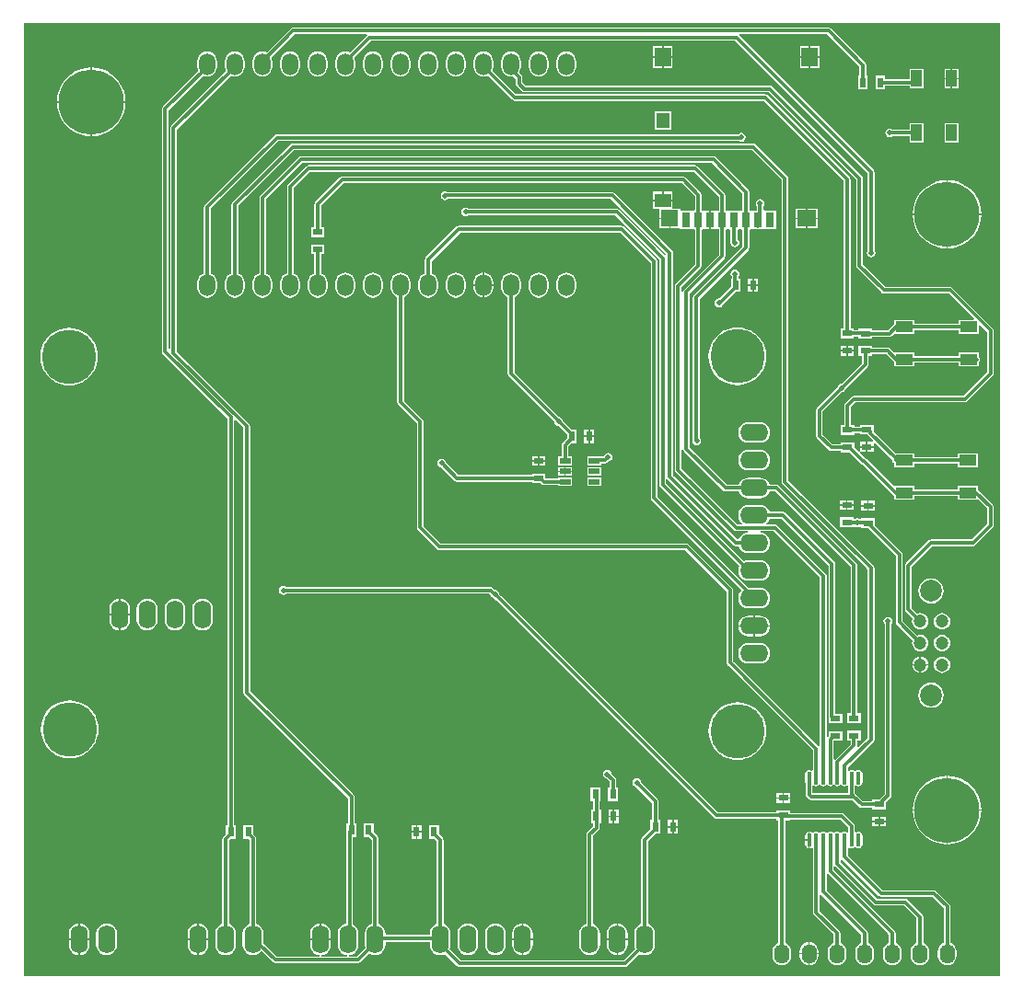
<source format=gtl>
G04*
G04 #@! TF.GenerationSoftware,Altium Limited,Altium Designer,21.6.4 (81)*
G04*
G04 Layer_Physical_Order=1*
G04 Layer_Color=255*
%FSLAX44Y44*%
%MOMM*%
G71*
G04*
G04 #@! TF.SameCoordinates,B6620421-005C-40FD-BBE8-42AC4C8AC442*
G04*
G04*
G04 #@! TF.FilePolarity,Positive*
G04*
G01*
G75*
%ADD17R,0.6000X0.9500*%
%ADD18R,0.9500X0.6000*%
%ADD19R,1.0000X0.5000*%
%ADD20O,0.4000X1.2000*%
%ADD21R,1.5000X1.3000*%
%ADD22R,1.5000X1.7000*%
%ADD23R,1.2000X1.4000*%
%ADD24R,1.7000X1.5000*%
%ADD25R,1.6000X1.5000*%
%ADD26R,0.8000X1.4000*%
%ADD27R,1.0000X1.5000*%
%ADD28R,1.5500X1.0000*%
%ADD47C,6.0000*%
%ADD48C,0.3000*%
%ADD49O,1.4000X1.8000*%
%ADD50O,2.6000X1.6000*%
%ADD51O,1.6000X2.6000*%
%ADD52O,1.5000X2.0000*%
%ADD53C,1.2000*%
%ADD54C,2.0000*%
%ADD55C,0.5000*%
%ADD56C,5.0000*%
G36*
X898441Y878441D02*
X898441Y1558D01*
X1558Y1558D01*
X1558Y878441D01*
X898441Y878441D01*
D02*
G37*
%LPC*%
G36*
X732518Y857432D02*
X724268D01*
Y848182D01*
X732518D01*
Y857432D01*
D02*
G37*
G36*
X722768D02*
X714518D01*
Y848182D01*
X722768D01*
Y857432D01*
D02*
G37*
G36*
X597518D02*
X589268D01*
Y848182D01*
X597518D01*
Y857432D01*
D02*
G37*
G36*
X587768D02*
X579518D01*
Y848182D01*
X587768D01*
Y857432D01*
D02*
G37*
G36*
X732518Y846682D02*
X724268D01*
Y837432D01*
X732518D01*
Y846682D01*
D02*
G37*
G36*
X722768D02*
X714518D01*
Y837432D01*
X722768D01*
Y846682D01*
D02*
G37*
G36*
X597518D02*
X589268D01*
Y837432D01*
X597518D01*
Y846682D01*
D02*
G37*
G36*
X587768D02*
X579518D01*
Y837432D01*
X587768D01*
Y846682D01*
D02*
G37*
G36*
X499872Y852618D02*
X497523Y852308D01*
X495333Y851402D01*
X493453Y849959D01*
X492010Y848079D01*
X491104Y845890D01*
X490794Y843540D01*
Y838540D01*
X491104Y836190D01*
X492010Y834001D01*
X493453Y832121D01*
X495333Y830678D01*
X497523Y829772D01*
X499872Y829462D01*
X502221Y829772D01*
X504411Y830678D01*
X506291Y832121D01*
X507733Y834001D01*
X508640Y836190D01*
X508950Y838540D01*
Y843540D01*
X508640Y845890D01*
X507733Y848079D01*
X506291Y849959D01*
X504411Y851402D01*
X502221Y852308D01*
X499872Y852618D01*
D02*
G37*
G36*
X474472D02*
X472122Y852308D01*
X469933Y851402D01*
X468053Y849959D01*
X466610Y848079D01*
X465704Y845890D01*
X465394Y843540D01*
Y838540D01*
X465704Y836190D01*
X466610Y834001D01*
X468053Y832121D01*
X469933Y830678D01*
X472122Y829772D01*
X474472Y829462D01*
X476822Y829772D01*
X479011Y830678D01*
X480891Y832121D01*
X482333Y834001D01*
X483240Y836190D01*
X483550Y838540D01*
Y843540D01*
X483240Y845890D01*
X482333Y848079D01*
X480891Y849959D01*
X479011Y851402D01*
X476822Y852308D01*
X474472Y852618D01*
D02*
G37*
G36*
X398272D02*
X395923Y852308D01*
X393733Y851402D01*
X391853Y849959D01*
X390410Y848079D01*
X389504Y845890D01*
X389194Y843540D01*
Y838540D01*
X389504Y836190D01*
X390410Y834001D01*
X391853Y832121D01*
X393733Y830678D01*
X395923Y829772D01*
X398272Y829462D01*
X400621Y829772D01*
X402811Y830678D01*
X404691Y832121D01*
X406133Y834001D01*
X407040Y836190D01*
X407350Y838540D01*
Y843540D01*
X407040Y845890D01*
X406133Y848079D01*
X404691Y849959D01*
X402811Y851402D01*
X400621Y852308D01*
X398272Y852618D01*
D02*
G37*
G36*
X372872D02*
X370522Y852308D01*
X368333Y851402D01*
X366453Y849959D01*
X365010Y848079D01*
X364104Y845890D01*
X363794Y843540D01*
Y838540D01*
X364104Y836190D01*
X365010Y834001D01*
X366453Y832121D01*
X368333Y830678D01*
X370522Y829772D01*
X372872Y829462D01*
X375221Y829772D01*
X377411Y830678D01*
X379291Y832121D01*
X380733Y834001D01*
X381640Y836190D01*
X381950Y838540D01*
Y843540D01*
X381640Y845890D01*
X380733Y848079D01*
X379291Y849959D01*
X377411Y851402D01*
X375221Y852308D01*
X372872Y852618D01*
D02*
G37*
G36*
X347472D02*
X345122Y852308D01*
X342933Y851402D01*
X341053Y849959D01*
X339610Y848079D01*
X338704Y845890D01*
X338394Y843540D01*
Y838540D01*
X338704Y836190D01*
X339610Y834001D01*
X341053Y832121D01*
X342933Y830678D01*
X345122Y829772D01*
X347472Y829462D01*
X349822Y829772D01*
X352011Y830678D01*
X353891Y832121D01*
X355334Y834001D01*
X356240Y836190D01*
X356550Y838540D01*
Y843540D01*
X356240Y845890D01*
X355334Y848079D01*
X353891Y849959D01*
X352011Y851402D01*
X349822Y852308D01*
X347472Y852618D01*
D02*
G37*
G36*
X322072D02*
X319722Y852308D01*
X317533Y851402D01*
X315653Y849959D01*
X314210Y848079D01*
X313304Y845890D01*
X312994Y843540D01*
Y838540D01*
X313304Y836190D01*
X314210Y834001D01*
X315653Y832121D01*
X317533Y830678D01*
X319722Y829772D01*
X322072Y829462D01*
X324422Y829772D01*
X326611Y830678D01*
X328491Y832121D01*
X329934Y834001D01*
X330840Y836190D01*
X331150Y838540D01*
Y843540D01*
X330840Y845890D01*
X329934Y848079D01*
X328491Y849959D01*
X326611Y851402D01*
X324422Y852308D01*
X322072Y852618D01*
D02*
G37*
G36*
X271272D02*
X268923Y852308D01*
X266733Y851402D01*
X264853Y849959D01*
X263410Y848079D01*
X262504Y845890D01*
X262194Y843540D01*
Y838540D01*
X262504Y836190D01*
X263410Y834001D01*
X264853Y832121D01*
X266733Y830678D01*
X268923Y829772D01*
X271272Y829462D01*
X273622Y829772D01*
X275811Y830678D01*
X277691Y832121D01*
X279133Y834001D01*
X280040Y836190D01*
X280350Y838540D01*
Y843540D01*
X280040Y845890D01*
X279133Y848079D01*
X277691Y849959D01*
X275811Y851402D01*
X273622Y852308D01*
X271272Y852618D01*
D02*
G37*
G36*
X245872D02*
X243522Y852308D01*
X241333Y851402D01*
X239453Y849959D01*
X238011Y848079D01*
X237104Y845890D01*
X236794Y843540D01*
Y838540D01*
X237104Y836190D01*
X238011Y834001D01*
X239453Y832121D01*
X241333Y830678D01*
X243522Y829772D01*
X245872Y829462D01*
X248221Y829772D01*
X250411Y830678D01*
X252291Y832121D01*
X253734Y834001D01*
X254640Y836190D01*
X254950Y838540D01*
Y843540D01*
X254640Y845890D01*
X253734Y848079D01*
X252291Y849959D01*
X250411Y851402D01*
X248221Y852308D01*
X245872Y852618D01*
D02*
G37*
G36*
X195072D02*
X192722Y852308D01*
X190533Y851402D01*
X188653Y849959D01*
X187211Y848079D01*
X186304Y845890D01*
X185994Y843540D01*
Y838540D01*
X186304Y836190D01*
X186917Y834710D01*
X136521Y784315D01*
X135858Y783323D01*
X135625Y782152D01*
X135625Y782152D01*
Y579026D01*
X134355Y578347D01*
X134123Y578502D01*
Y798665D01*
X165842Y830385D01*
X167323Y829772D01*
X169672Y829462D01*
X172022Y829772D01*
X174211Y830678D01*
X176091Y832121D01*
X177533Y834001D01*
X178440Y836190D01*
X178750Y838540D01*
Y843540D01*
X178440Y845890D01*
X177533Y848079D01*
X176091Y849959D01*
X174211Y851402D01*
X172022Y852308D01*
X169672Y852618D01*
X167323Y852308D01*
X165133Y851402D01*
X163253Y849959D01*
X161810Y848079D01*
X160904Y845890D01*
X160594Y843540D01*
Y838540D01*
X160904Y836190D01*
X161517Y834710D01*
X128901Y802095D01*
X128238Y801103D01*
X128005Y799932D01*
X128005Y799932D01*
Y576326D01*
X128005Y576326D01*
X128238Y575155D01*
X128901Y574163D01*
X188331Y514733D01*
Y140616D01*
X186890D01*
Y132442D01*
X184460Y130012D01*
X183797Y129020D01*
X183564Y127849D01*
X183564Y127849D01*
Y49605D01*
X181832Y48888D01*
X179848Y47365D01*
X178325Y45381D01*
X177368Y43070D01*
X177041Y40590D01*
Y30590D01*
X177368Y28110D01*
X178325Y25799D01*
X179848Y23814D01*
X181832Y22292D01*
X184143Y21334D01*
X186623Y21008D01*
X189103Y21334D01*
X191414Y22292D01*
X193399Y23814D01*
X194921Y25799D01*
X195879Y28110D01*
X196205Y30590D01*
Y40590D01*
X195879Y43070D01*
X194921Y45381D01*
X193399Y47365D01*
X191414Y48888D01*
X189682Y49605D01*
Y126582D01*
X191216Y128116D01*
X195890D01*
Y140616D01*
X194449D01*
Y513320D01*
X195622Y513806D01*
X202935Y506493D01*
Y262589D01*
X202935Y262589D01*
X203168Y261418D01*
X203831Y260426D01*
X299075Y165182D01*
Y142394D01*
X297634D01*
Y134940D01*
X297575Y134644D01*
X297575Y134644D01*
Y49972D01*
X296616Y49845D01*
X294305Y48888D01*
X292320Y47365D01*
X290798Y45381D01*
X289841Y43070D01*
X289514Y40590D01*
Y30590D01*
X289841Y28110D01*
X290798Y25799D01*
X292320Y23814D01*
X294305Y22292D01*
X296616Y21334D01*
X298390Y21101D01*
X298307Y19831D01*
X274485D01*
X274402Y21101D01*
X276176Y21334D01*
X278487Y22292D01*
X280471Y23814D01*
X281994Y25799D01*
X282951Y28110D01*
X283278Y30590D01*
Y34840D01*
X273696D01*
X264114D01*
Y30590D01*
X264440Y28110D01*
X265398Y25799D01*
X266921Y23814D01*
X268905Y22292D01*
X271216Y21334D01*
X272990Y21101D01*
X272907Y19831D01*
X233190D01*
X221273Y31748D01*
X221205Y31793D01*
Y40590D01*
X220879Y43070D01*
X219921Y45381D01*
X218399Y47365D01*
X216414Y48888D01*
X214682Y49605D01*
Y128383D01*
X214449Y129553D01*
X213786Y130546D01*
X213786Y130546D01*
X211890Y132442D01*
Y140616D01*
X202890D01*
Y128116D01*
X207564D01*
X208564Y127116D01*
Y49605D01*
X206832Y48888D01*
X204848Y47365D01*
X203325Y45381D01*
X202368Y43070D01*
X202041Y40590D01*
Y30590D01*
X202368Y28110D01*
X203325Y25799D01*
X204848Y23814D01*
X206832Y22292D01*
X209143Y21334D01*
X211623Y21008D01*
X214103Y21334D01*
X216414Y22292D01*
X218399Y23814D01*
X218749Y24270D01*
X220016Y24353D01*
X229760Y14609D01*
X229760Y14609D01*
X230753Y13946D01*
X231923Y13713D01*
X231923Y13713D01*
X308618D01*
X308618Y13713D01*
X309788Y13946D01*
X310781Y14609D01*
X318829Y22657D01*
X319305Y22292D01*
X321616Y21334D01*
X324096Y21008D01*
X326576Y21334D01*
X328887Y22292D01*
X330871Y23814D01*
X332394Y25799D01*
X333351Y28110D01*
X333678Y30590D01*
Y33388D01*
X374214D01*
Y30590D01*
X374540Y28110D01*
X375498Y25799D01*
X377020Y23814D01*
X379005Y22292D01*
X381316Y21334D01*
X383796Y21008D01*
X386276Y21334D01*
X388349Y22193D01*
X399383Y11159D01*
X399383Y11159D01*
X400376Y10496D01*
X401546Y10263D01*
X553746D01*
X553746Y10263D01*
X554916Y10496D01*
X555909Y11159D01*
X567016Y22266D01*
X569266Y21334D01*
X571746Y21008D01*
X574226Y21334D01*
X576537Y22292D01*
X578521Y23814D01*
X580044Y25799D01*
X581001Y28110D01*
X581328Y30590D01*
Y40590D01*
X581001Y43070D01*
X580044Y45381D01*
X578521Y47365D01*
X576537Y48888D01*
X574805Y49605D01*
Y125879D01*
X581614Y132688D01*
X586288D01*
Y145188D01*
X584847D01*
Y162432D01*
X584614Y163603D01*
X583951Y164595D01*
X583951Y164595D01*
X568659Y179887D01*
X568410Y181139D01*
X567526Y182462D01*
X566203Y183346D01*
X564642Y183656D01*
X563081Y183346D01*
X561758Y182462D01*
X560874Y181139D01*
X560564Y179578D01*
X560874Y178017D01*
X561758Y176694D01*
X563081Y175810D01*
X564333Y175561D01*
X578729Y161165D01*
Y145188D01*
X577288D01*
Y137014D01*
X569583Y129309D01*
X568920Y128316D01*
X568687Y127146D01*
X568687Y127146D01*
Y49605D01*
X566955Y48888D01*
X564971Y47365D01*
X563448Y45381D01*
X562491Y43070D01*
X562164Y40590D01*
Y30590D01*
X562491Y28110D01*
X562994Y26895D01*
X552479Y16381D01*
X402813D01*
X392475Y26719D01*
X393051Y28110D01*
X393378Y30590D01*
Y40590D01*
X393051Y43070D01*
X392094Y45381D01*
X390571Y47365D01*
X388587Y48888D01*
X386855Y49605D01*
Y126976D01*
X386855Y126976D01*
X386622Y128146D01*
X385959Y129139D01*
X382656Y132442D01*
Y140616D01*
X373656D01*
Y128116D01*
X378330D01*
X380737Y125709D01*
Y49605D01*
X379005Y48888D01*
X377020Y47365D01*
X375498Y45381D01*
X374540Y43070D01*
X374214Y40590D01*
Y39506D01*
X333678D01*
Y40590D01*
X333351Y43070D01*
X332394Y45381D01*
X330871Y47365D01*
X328887Y48888D01*
X327155Y49605D01*
Y128432D01*
X326922Y129603D01*
X326259Y130595D01*
X326259Y130595D01*
X322634Y134220D01*
Y142394D01*
X313634D01*
Y129894D01*
X318308D01*
X321037Y127165D01*
Y49605D01*
X319305Y48888D01*
X317320Y47365D01*
X315798Y45381D01*
X314841Y43070D01*
X314514Y40590D01*
Y30590D01*
X314841Y28110D01*
X315072Y27552D01*
X307351Y19831D01*
X299885D01*
X299802Y21101D01*
X301576Y21334D01*
X303887Y22292D01*
X305871Y23814D01*
X307394Y25799D01*
X308351Y28110D01*
X308678Y30590D01*
Y40590D01*
X308351Y43070D01*
X307394Y45381D01*
X305871Y47365D01*
X303887Y48888D01*
X303693Y48969D01*
Y129894D01*
X306634D01*
Y142394D01*
X305193D01*
Y166449D01*
X304960Y167619D01*
X304297Y168612D01*
X304297Y168612D01*
X209053Y263856D01*
Y507760D01*
X209053Y507760D01*
X208820Y508931D01*
X208157Y509923D01*
X141743Y576337D01*
Y780885D01*
X191243Y830385D01*
X192722Y829772D01*
X195072Y829462D01*
X197421Y829772D01*
X199611Y830678D01*
X201491Y832121D01*
X202934Y834001D01*
X203840Y836190D01*
X204150Y838540D01*
Y843540D01*
X203840Y845890D01*
X202934Y848079D01*
X201491Y849959D01*
X199611Y851402D01*
X197421Y852308D01*
X195072Y852618D01*
D02*
G37*
G36*
X860446Y836640D02*
X854696D01*
Y828390D01*
X860446D01*
Y836640D01*
D02*
G37*
G36*
X853196D02*
X847446D01*
Y828390D01*
X853196D01*
Y836640D01*
D02*
G37*
G36*
X828446D02*
X815446D01*
Y827035D01*
X792916D01*
Y830226D01*
X783916D01*
Y817726D01*
X792916D01*
Y820917D01*
X815446D01*
Y818640D01*
X828446D01*
Y836640D01*
D02*
G37*
G36*
X860446Y826890D02*
X854696D01*
Y818640D01*
X860446D01*
Y826890D01*
D02*
G37*
G36*
X853196D02*
X847446D01*
Y818640D01*
X853196D01*
Y826890D01*
D02*
G37*
G36*
X740918Y874787D02*
X740918Y874787D01*
X248660D01*
X247489Y874554D01*
X246497Y873891D01*
X246497Y873891D01*
X224301Y851695D01*
X222822Y852308D01*
X220472Y852618D01*
X218123Y852308D01*
X215933Y851402D01*
X214053Y849959D01*
X212610Y848079D01*
X211704Y845890D01*
X211394Y843540D01*
Y838540D01*
X211704Y836190D01*
X212610Y834001D01*
X214053Y832121D01*
X215933Y830678D01*
X218123Y829772D01*
X220472Y829462D01*
X222822Y829772D01*
X225011Y830678D01*
X226891Y832121D01*
X228333Y834001D01*
X229240Y836190D01*
X229550Y838540D01*
Y843540D01*
X229240Y845890D01*
X228627Y847370D01*
X249927Y868669D01*
X316192D01*
X316556Y867982D01*
X316647Y867399D01*
X300814Y851566D01*
X299021Y852308D01*
X296672Y852618D01*
X294322Y852308D01*
X292133Y851402D01*
X290253Y849959D01*
X288811Y848079D01*
X287904Y845890D01*
X287594Y843540D01*
Y838540D01*
X287904Y836190D01*
X288811Y834001D01*
X290253Y832121D01*
X292133Y830678D01*
X294322Y829772D01*
X296672Y829462D01*
X299021Y829772D01*
X301211Y830678D01*
X303091Y832121D01*
X304534Y834001D01*
X305440Y836190D01*
X305750Y838540D01*
Y843540D01*
X305440Y845890D01*
X304957Y847057D01*
X320219Y862319D01*
X655069D01*
X776979Y740409D01*
Y669730D01*
X776270Y668669D01*
X775960Y667108D01*
X776270Y665547D01*
X777154Y664224D01*
X778477Y663340D01*
X780038Y663030D01*
X781599Y663340D01*
X782922Y664224D01*
X783806Y665547D01*
X784116Y667108D01*
X783806Y668669D01*
X783097Y669730D01*
Y741676D01*
X782864Y742847D01*
X782201Y743839D01*
X658641Y867399D01*
X658733Y867982D01*
X659096Y868669D01*
X739651D01*
X769357Y838963D01*
Y830226D01*
X767916D01*
Y817726D01*
X776916D01*
Y830226D01*
X775475D01*
Y840230D01*
X775242Y841401D01*
X774579Y842393D01*
X743081Y873891D01*
X742088Y874554D01*
X740918Y874787D01*
D02*
G37*
G36*
X63742Y837734D02*
Y806946D01*
X94530D01*
X94200Y811139D01*
X93043Y815960D01*
X91145Y820541D01*
X88555Y824769D01*
X85335Y828539D01*
X81565Y831759D01*
X77337Y834350D01*
X72756Y836247D01*
X67935Y837404D01*
X63742Y837734D01*
D02*
G37*
G36*
X62242D02*
X58049Y837404D01*
X53228Y836247D01*
X48647Y834350D01*
X44419Y831759D01*
X40649Y828539D01*
X37429Y824769D01*
X34839Y820541D01*
X32941Y815960D01*
X31784Y811139D01*
X31454Y806946D01*
X62242D01*
Y837734D01*
D02*
G37*
G36*
X596018Y797932D02*
X581018D01*
Y780932D01*
X596018D01*
Y797932D01*
D02*
G37*
G36*
X828446Y786640D02*
X815446D01*
Y780699D01*
X799615D01*
X798554Y781408D01*
X796993Y781718D01*
X795432Y781408D01*
X794109Y780524D01*
X793225Y779201D01*
X792915Y777640D01*
X793225Y776079D01*
X794109Y774756D01*
X795432Y773872D01*
X796993Y773562D01*
X798554Y773872D01*
X799615Y774581D01*
X815446D01*
Y768640D01*
X828446D01*
Y786640D01*
D02*
G37*
G36*
X94530Y805446D02*
X63742D01*
Y774658D01*
X67935Y774988D01*
X72756Y776145D01*
X77337Y778043D01*
X81565Y780633D01*
X85335Y783853D01*
X88555Y787624D01*
X91145Y791851D01*
X93043Y796432D01*
X94200Y801253D01*
X94530Y805446D01*
D02*
G37*
G36*
X62242D02*
X31454D01*
X31784Y801253D01*
X32941Y796432D01*
X34839Y791851D01*
X37429Y787624D01*
X40649Y783853D01*
X44419Y780633D01*
X48647Y778043D01*
X53228Y776145D01*
X58049Y774988D01*
X62242Y774658D01*
Y805446D01*
D02*
G37*
G36*
X660654Y777762D02*
X659093Y777452D01*
X657770Y776568D01*
X657548Y776235D01*
X233680D01*
X232509Y776002D01*
X231517Y775339D01*
X167509Y711331D01*
X166846Y710339D01*
X166613Y709168D01*
X166613Y709168D01*
Y648514D01*
X165133Y647902D01*
X163253Y646459D01*
X161810Y644579D01*
X160904Y642390D01*
X160594Y640040D01*
Y635040D01*
X160904Y632691D01*
X161810Y630501D01*
X163253Y628621D01*
X165133Y627178D01*
X167323Y626272D01*
X169672Y625962D01*
X172022Y626272D01*
X174211Y627178D01*
X176091Y628621D01*
X177533Y630501D01*
X178440Y632691D01*
X178750Y635040D01*
Y640040D01*
X178440Y642390D01*
X177533Y644579D01*
X176091Y646459D01*
X174211Y647902D01*
X172731Y648514D01*
Y707901D01*
X234947Y770117D01*
X658792D01*
X659093Y769916D01*
X660654Y769606D01*
X662215Y769916D01*
X663538Y770800D01*
X664422Y772123D01*
X664732Y773684D01*
X664422Y775245D01*
X663538Y776568D01*
X662215Y777452D01*
X660654Y777762D01*
D02*
G37*
G36*
X860446Y786640D02*
X847446D01*
Y768640D01*
X860446D01*
Y786640D01*
D02*
G37*
G36*
X597518Y723432D02*
X589268D01*
Y716182D01*
X597518D01*
Y723432D01*
D02*
G37*
G36*
X587768D02*
X579518D01*
Y716182D01*
X587768D01*
Y723432D01*
D02*
G37*
G36*
X850634Y734356D02*
Y703568D01*
X881422D01*
X881092Y707761D01*
X879935Y712582D01*
X878037Y717163D01*
X875447Y721391D01*
X872227Y725161D01*
X868456Y728381D01*
X864229Y730972D01*
X859648Y732869D01*
X854827Y734026D01*
X850634Y734356D01*
D02*
G37*
G36*
X849134D02*
X844941Y734026D01*
X840120Y732869D01*
X835539Y730972D01*
X831311Y728381D01*
X827541Y725161D01*
X824321Y721391D01*
X821730Y717163D01*
X819833Y712582D01*
X818676Y707761D01*
X818346Y703568D01*
X849134D01*
Y734356D01*
D02*
G37*
G36*
X731018Y707932D02*
X721768D01*
Y699682D01*
X731018D01*
Y707932D01*
D02*
G37*
G36*
X720268D02*
X711018D01*
Y699682D01*
X720268D01*
Y707932D01*
D02*
G37*
G36*
X550672Y692161D02*
X550672Y692161D01*
X400812D01*
X400812Y692161D01*
X399641Y691928D01*
X398649Y691265D01*
X370709Y663325D01*
X370046Y662333D01*
X369813Y661162D01*
X369813Y661162D01*
Y648514D01*
X368333Y647902D01*
X366453Y646459D01*
X365010Y644579D01*
X364104Y642390D01*
X363794Y640040D01*
Y635040D01*
X364104Y632691D01*
X365010Y630501D01*
X366453Y628621D01*
X368333Y627178D01*
X370522Y626272D01*
X372872Y625962D01*
X375221Y626272D01*
X377411Y627178D01*
X379291Y628621D01*
X380733Y630501D01*
X381640Y632691D01*
X381950Y635040D01*
Y640040D01*
X381640Y642390D01*
X380733Y644579D01*
X379291Y646459D01*
X377411Y647902D01*
X375931Y648514D01*
Y659895D01*
X402079Y686043D01*
X549405D01*
X577585Y657863D01*
Y441598D01*
X577585Y441598D01*
X577818Y440428D01*
X578481Y439435D01*
X660858Y357058D01*
X660816Y356425D01*
X659294Y354441D01*
X658336Y352130D01*
X658010Y349650D01*
X658336Y347170D01*
X659294Y344859D01*
X660816Y342874D01*
X662801Y341352D01*
X665112Y340395D01*
X667592Y340068D01*
X677592D01*
X680072Y340395D01*
X682383Y341352D01*
X684368Y342874D01*
X685890Y344859D01*
X686848Y347170D01*
X687174Y349650D01*
X686848Y352130D01*
X685890Y354441D01*
X684368Y356425D01*
X682383Y357948D01*
X680072Y358905D01*
X677592Y359232D01*
X667592D01*
X667336Y359198D01*
X667268Y359300D01*
X667267Y359300D01*
X583703Y442865D01*
Y659130D01*
X583703Y659130D01*
X583470Y660301D01*
X582807Y661293D01*
X552835Y691265D01*
X551842Y691928D01*
X550672Y692161D01*
D02*
G37*
G36*
X731018Y698182D02*
X721768D01*
Y689932D01*
X731018D01*
Y698182D01*
D02*
G37*
G36*
X720268D02*
X711018D01*
Y689932D01*
X720268D01*
Y698182D01*
D02*
G37*
G36*
X594268D02*
X585518D01*
Y689932D01*
X594268D01*
Y698182D01*
D02*
G37*
G36*
X672084Y767853D02*
X672084Y767853D01*
X248158D01*
X246987Y767620D01*
X245995Y766957D01*
X245995Y766957D01*
X192909Y713871D01*
X192246Y712878D01*
X192013Y711708D01*
X192013Y711708D01*
Y648514D01*
X190533Y647902D01*
X188653Y646459D01*
X187211Y644579D01*
X186304Y642390D01*
X185994Y640040D01*
Y635040D01*
X186304Y632691D01*
X187211Y630501D01*
X188653Y628621D01*
X190533Y627178D01*
X192722Y626272D01*
X195072Y625962D01*
X197421Y626272D01*
X199611Y627178D01*
X201491Y628621D01*
X202934Y630501D01*
X203840Y632691D01*
X204150Y635040D01*
Y640040D01*
X203840Y642390D01*
X202934Y644579D01*
X201491Y646459D01*
X199611Y647902D01*
X198131Y648514D01*
Y710441D01*
X249425Y761735D01*
X670817D01*
X697727Y734825D01*
Y456438D01*
X697727Y456438D01*
X697960Y455267D01*
X698623Y454275D01*
X776979Y375919D01*
Y220921D01*
X768197Y212139D01*
X767596Y212448D01*
X767150Y212888D01*
X767345Y213868D01*
Y218386D01*
X770536D01*
Y227386D01*
X758036D01*
Y218386D01*
X761227D01*
Y215135D01*
X746831Y200739D01*
X746823Y200726D01*
X745553Y201112D01*
Y218132D01*
X753518D01*
Y227132D01*
X741018D01*
Y222706D01*
X740313Y222120D01*
X739053Y222583D01*
Y370176D01*
X738820Y371347D01*
X738157Y372339D01*
X694059Y416437D01*
X693066Y417100D01*
X691896Y417333D01*
X691896Y417333D01*
X684184D01*
X683753Y418603D01*
X684368Y419075D01*
X685890Y421059D01*
X686608Y422791D01*
X697831D01*
X740959Y379663D01*
Y240132D01*
X740959Y240132D01*
X741018Y239836D01*
Y234132D01*
X753518D01*
Y243132D01*
X747077D01*
Y380930D01*
X746844Y382101D01*
X746181Y383093D01*
X746181Y383093D01*
X701261Y428013D01*
X700268Y428676D01*
X699098Y428909D01*
X699098Y428909D01*
X686608D01*
X685890Y430641D01*
X684368Y432625D01*
X682383Y434148D01*
X680072Y435106D01*
X677592Y435432D01*
X667592D01*
X665112Y435106D01*
X662801Y434148D01*
X660816Y432625D01*
X659294Y430641D01*
X658336Y428330D01*
X658010Y425850D01*
X658336Y423370D01*
X659294Y421059D01*
X660816Y419075D01*
X661431Y418603D01*
X661000Y417333D01*
X657349D01*
X605753Y468929D01*
Y486345D01*
X607023Y486470D01*
X607192Y485620D01*
X607855Y484627D01*
X643795Y448687D01*
X643795Y448687D01*
X644788Y448024D01*
X645958Y447791D01*
X645958Y447791D01*
X658576D01*
X659294Y446059D01*
X660816Y444075D01*
X662801Y442552D01*
X665112Y441595D01*
X667592Y441268D01*
X677592D01*
X680072Y441595D01*
X682383Y442552D01*
X684368Y444075D01*
X685890Y446059D01*
X686608Y447791D01*
X691899D01*
X761227Y378463D01*
Y243386D01*
X758036D01*
Y234386D01*
X770536D01*
Y243386D01*
X767345D01*
Y379730D01*
X767345Y379730D01*
X767112Y380900D01*
X766449Y381893D01*
X695329Y453013D01*
X694336Y453676D01*
X693166Y453909D01*
X693166Y453909D01*
X686608D01*
X685890Y455641D01*
X684368Y457625D01*
X682383Y459148D01*
X680072Y460106D01*
X677592Y460432D01*
X667592D01*
X665112Y460106D01*
X662801Y459148D01*
X660816Y457625D01*
X659294Y455641D01*
X658576Y453909D01*
X647225D01*
X613077Y488057D01*
Y630087D01*
X645181Y662191D01*
X645181Y662191D01*
X645844Y663184D01*
X646077Y664354D01*
Y688534D01*
X646975Y689432D01*
X648518Y689432D01*
X650061Y689432D01*
X650959Y688534D01*
Y677377D01*
X650769Y676418D01*
X651079Y674857D01*
X651963Y673534D01*
X653286Y672650D01*
X654847Y672340D01*
X656408Y672650D01*
X657731Y673534D01*
X658615Y674857D01*
X658925Y676418D01*
X658615Y677979D01*
X657731Y679302D01*
X657077Y679739D01*
Y688534D01*
X657975Y689432D01*
X659518Y689432D01*
X661061Y689432D01*
X661959Y688534D01*
Y673397D01*
X617089Y628527D01*
X616426Y627534D01*
X616193Y626364D01*
X616193Y626364D01*
Y496146D01*
X615992Y495845D01*
X615682Y494284D01*
X615992Y492723D01*
X616876Y491400D01*
X618199Y490516D01*
X619760Y490206D01*
X621321Y490516D01*
X622644Y491400D01*
X623528Y492723D01*
X623838Y494284D01*
X623528Y495845D01*
X622644Y497168D01*
X622311Y497390D01*
Y625097D01*
X667181Y669967D01*
X667181Y669967D01*
X667844Y670959D01*
X668077Y672130D01*
X668077Y672130D01*
Y688534D01*
X668975Y689432D01*
X670518Y689432D01*
X671788Y689432D01*
X674360D01*
X674847Y689106D01*
X676018Y688873D01*
X677188Y689106D01*
X677676Y689432D01*
X681518Y689432D01*
X682788Y689432D01*
X692518D01*
Y706432D01*
X682788D01*
X681518Y706432D01*
X680985Y707481D01*
Y710102D01*
X681694Y711163D01*
X682004Y712724D01*
X681694Y714285D01*
X680810Y715608D01*
X679487Y716492D01*
X677926Y716802D01*
X676365Y716492D01*
X675042Y715608D01*
X674158Y714285D01*
X673848Y712724D01*
X674158Y711163D01*
X674867Y710102D01*
Y707330D01*
X673969Y706432D01*
X670518Y706432D01*
X668975Y706432D01*
X668077Y707330D01*
Y723346D01*
X668077Y723346D01*
X667844Y724517D01*
X667181Y725509D01*
X637417Y755273D01*
X636424Y755936D01*
X635254Y756169D01*
X635254Y756169D01*
X255778D01*
X255778Y756169D01*
X254608Y755936D01*
X253615Y755273D01*
X253615Y755273D01*
X218563Y720221D01*
X217900Y719229D01*
X217667Y718058D01*
X217667Y718058D01*
Y648620D01*
X215933Y647902D01*
X214053Y646459D01*
X212610Y644579D01*
X211704Y642390D01*
X211394Y640040D01*
Y635040D01*
X211704Y632691D01*
X212610Y630501D01*
X214053Y628621D01*
X215933Y627178D01*
X218123Y626272D01*
X220472Y625962D01*
X222822Y626272D01*
X225011Y627178D01*
X226891Y628621D01*
X228333Y630501D01*
X229240Y632691D01*
X229550Y635040D01*
Y640040D01*
X229240Y642390D01*
X228333Y644579D01*
X226891Y646459D01*
X225011Y647902D01*
X223785Y648409D01*
Y716791D01*
X257045Y750051D01*
X633987D01*
X661959Y722079D01*
Y707330D01*
X661061Y706432D01*
X659518Y706432D01*
X658248Y706432D01*
X649788D01*
X648518Y706432D01*
X646975Y706432D01*
X646077Y707330D01*
Y720200D01*
X646077Y720200D01*
X645844Y721370D01*
X645181Y722363D01*
X645181Y722363D01*
X620449Y747095D01*
X619456Y747758D01*
X618286Y747991D01*
X618286Y747991D01*
X262840D01*
X261669Y747758D01*
X260677Y747095D01*
X260677Y747095D01*
X243963Y730381D01*
X243300Y729389D01*
X243067Y728218D01*
X243067Y728218D01*
Y648620D01*
X241333Y647902D01*
X239453Y646459D01*
X238011Y644579D01*
X237104Y642390D01*
X236794Y640040D01*
Y635040D01*
X237104Y632691D01*
X238011Y630501D01*
X239453Y628621D01*
X241333Y627178D01*
X243522Y626272D01*
X245872Y625962D01*
X248221Y626272D01*
X250411Y627178D01*
X252291Y628621D01*
X253734Y630501D01*
X254640Y632691D01*
X254950Y635040D01*
Y640040D01*
X254640Y642390D01*
X253734Y644579D01*
X252291Y646459D01*
X250411Y647902D01*
X249185Y648409D01*
Y726951D01*
X264107Y741873D01*
X617019D01*
X639959Y718933D01*
Y706432D01*
X632768D01*
Y697932D01*
Y689432D01*
X639959D01*
Y665621D01*
X607855Y633517D01*
X607192Y632524D01*
X607023Y631674D01*
X605753Y631799D01*
Y635717D01*
X623181Y653145D01*
X623181Y653145D01*
X623844Y654137D01*
X624077Y655308D01*
X624077Y655308D01*
Y688534D01*
X624975Y689432D01*
X626518Y689432D01*
X627788Y689432D01*
X631268D01*
Y697932D01*
Y706432D01*
X627788D01*
X626518Y706432D01*
X624975Y706432D01*
X624077Y707330D01*
Y720610D01*
X624077Y720610D01*
X623844Y721780D01*
X623181Y722773D01*
X609223Y736731D01*
X608231Y737394D01*
X607060Y737627D01*
X607060Y737627D01*
X293878D01*
X292708Y737394D01*
X291715Y736731D01*
X269109Y714125D01*
X268446Y713132D01*
X268213Y711962D01*
X268213Y711962D01*
Y690934D01*
X265022D01*
Y681934D01*
X277522D01*
Y690934D01*
X274331D01*
Y710695D01*
X295145Y731509D01*
X605793D01*
X617959Y719343D01*
Y707330D01*
X617061Y706432D01*
X615518Y706432D01*
X614248Y706432D01*
X604518Y706432D01*
X604518Y707932D01*
X597518D01*
Y714682D01*
X579518D01*
Y707432D01*
X585518D01*
Y699682D01*
X595018D01*
Y698932D01*
X595768D01*
Y689932D01*
X603455D01*
X604518Y689432D01*
X605581Y689432D01*
X614248D01*
X615518Y689432D01*
X617061Y689432D01*
X617959Y688534D01*
Y656575D01*
X600531Y639147D01*
X599868Y638155D01*
X599635Y636984D01*
X599635Y636984D01*
Y467662D01*
X599635Y467662D01*
X599868Y466491D01*
X600531Y465499D01*
X653919Y412111D01*
X654911Y411448D01*
X656082Y411215D01*
X656082Y411215D01*
X666850D01*
X666933Y409945D01*
X665112Y409706D01*
X662801Y408748D01*
X660816Y407225D01*
X659294Y405241D01*
X658576Y403509D01*
X656949D01*
X598077Y462381D01*
Y667108D01*
X598077Y667108D01*
X597844Y668279D01*
X597181Y669271D01*
X597181Y669271D01*
X544089Y722363D01*
X543097Y723026D01*
X541926Y723259D01*
X541926Y723259D01*
X390443D01*
X389927Y723604D01*
X388366Y723914D01*
X386805Y723604D01*
X385482Y722720D01*
X384598Y721397D01*
X384288Y719836D01*
X384598Y718275D01*
X385482Y716952D01*
X386805Y716068D01*
X388366Y715758D01*
X389927Y716068D01*
X391250Y716952D01*
X391376Y717141D01*
X540659D01*
X591620Y666180D01*
X591522Y665549D01*
X590169Y665107D01*
X548263Y707013D01*
X547271Y707676D01*
X546100Y707909D01*
X546100Y707909D01*
X409784D01*
X408723Y708618D01*
X407162Y708928D01*
X405601Y708618D01*
X404278Y707734D01*
X403394Y706411D01*
X403084Y704850D01*
X403394Y703289D01*
X404278Y701966D01*
X405601Y701082D01*
X407162Y700772D01*
X408723Y701082D01*
X409784Y701791D01*
X544833D01*
X585459Y661165D01*
Y454124D01*
X585459Y454124D01*
X585692Y452953D01*
X586355Y451961D01*
X659054Y379262D01*
X658336Y377530D01*
X658010Y375050D01*
X658336Y372570D01*
X659294Y370259D01*
X660816Y368274D01*
X662801Y366752D01*
X665112Y365794D01*
X667592Y365468D01*
X677592D01*
X680072Y365794D01*
X682383Y366752D01*
X684368Y368274D01*
X685890Y370259D01*
X686848Y372570D01*
X687174Y375050D01*
X686848Y377530D01*
X685890Y379841D01*
X684368Y381825D01*
X682383Y383348D01*
X680072Y384305D01*
X677592Y384632D01*
X667592D01*
X665112Y384305D01*
X663380Y383588D01*
X591577Y455391D01*
Y458578D01*
X592847Y458964D01*
X592855Y458951D01*
X653519Y398287D01*
X653519Y398287D01*
X654511Y397624D01*
X655682Y397391D01*
X658576D01*
X659294Y395659D01*
X660816Y393675D01*
X662801Y392152D01*
X665112Y391194D01*
X667592Y390868D01*
X677592D01*
X680072Y391194D01*
X682383Y392152D01*
X684368Y393675D01*
X685890Y395659D01*
X686848Y397970D01*
X687174Y400450D01*
X686848Y402930D01*
X685890Y405241D01*
X684368Y407225D01*
X682383Y408748D01*
X680072Y409706D01*
X678251Y409945D01*
X678334Y411215D01*
X690629D01*
X732935Y368909D01*
Y213604D01*
X731665Y213218D01*
X731657Y213231D01*
X653267Y291621D01*
Y357137D01*
X653034Y358308D01*
X652371Y359300D01*
X652371Y359300D01*
X612760Y398911D01*
X611768Y399574D01*
X610597Y399807D01*
X610597Y399807D01*
X384553D01*
X368558Y415802D01*
Y511852D01*
X368558Y511852D01*
X368325Y513023D01*
X367662Y514015D01*
X350531Y531146D01*
Y626566D01*
X352011Y627178D01*
X353891Y628621D01*
X355334Y630501D01*
X356240Y632691D01*
X356550Y635040D01*
Y640040D01*
X356240Y642390D01*
X355334Y644579D01*
X353891Y646459D01*
X352011Y647902D01*
X349822Y648808D01*
X347472Y649118D01*
X345122Y648808D01*
X342933Y647902D01*
X341053Y646459D01*
X339610Y644579D01*
X338704Y642390D01*
X338394Y640040D01*
Y635040D01*
X338704Y632691D01*
X339610Y630501D01*
X341053Y628621D01*
X342933Y627178D01*
X344413Y626566D01*
Y529879D01*
X344413Y529879D01*
X344646Y528709D01*
X345309Y527716D01*
X362440Y510585D01*
Y414535D01*
X362440Y414535D01*
X362673Y413364D01*
X363336Y412372D01*
X381123Y394585D01*
X381123Y394585D01*
X382116Y393922D01*
X383286Y393689D01*
X609330D01*
X647149Y355870D01*
Y290354D01*
X647149Y290354D01*
X647382Y289184D01*
X648045Y288191D01*
X726435Y209801D01*
Y191269D01*
X726309Y191160D01*
X725165Y190707D01*
X724360Y191245D01*
X722994Y191517D01*
X721628Y191245D01*
X720471Y190471D01*
X719697Y189314D01*
X719425Y187948D01*
Y179948D01*
X719697Y178582D01*
X719935Y178226D01*
Y168565D01*
X719935Y168565D01*
X720168Y167395D01*
X720831Y166402D01*
X722588Y164645D01*
X722589Y164645D01*
X723581Y163982D01*
X724751Y163749D01*
X724752Y163749D01*
X762924D01*
X769072Y157601D01*
X769072Y157601D01*
X770064Y156938D01*
X771235Y156705D01*
X771235Y156705D01*
X781150D01*
Y155264D01*
X793650D01*
Y160968D01*
X793709Y161264D01*
Y161747D01*
X797634Y165672D01*
X797634Y165672D01*
X798297Y166665D01*
X798530Y167835D01*
Y325546D01*
X799239Y326607D01*
X799549Y328168D01*
X799239Y329729D01*
X798355Y331052D01*
X797032Y331936D01*
X795471Y332246D01*
X793910Y331936D01*
X792587Y331052D01*
X791703Y329729D01*
X791393Y328168D01*
X791703Y326607D01*
X792412Y325546D01*
Y169102D01*
X788487Y165177D01*
X787877Y164264D01*
X781150D01*
Y162823D01*
X772502D01*
X765053Y170272D01*
Y176627D01*
X765179Y176736D01*
X766323Y177189D01*
X767128Y176651D01*
X768494Y176379D01*
X769860Y176651D01*
X771017Y177425D01*
X771791Y178582D01*
X772063Y179948D01*
Y187948D01*
X771791Y189314D01*
X771017Y190471D01*
X769860Y191245D01*
X768494Y191517D01*
X767128Y191245D01*
X765971Y190471D01*
X765879Y190334D01*
X764609D01*
X764517Y190471D01*
X763360Y191245D01*
X761994Y191517D01*
X760628Y191245D01*
X759823Y190707D01*
X758679Y191160D01*
X758553Y191269D01*
Y193843D01*
X782201Y217491D01*
X782201Y217491D01*
X782864Y218484D01*
X783097Y219654D01*
X783097Y219654D01*
Y377186D01*
X783097Y377186D01*
X782864Y378357D01*
X782201Y379349D01*
X782201Y379349D01*
X703845Y457705D01*
Y736092D01*
X703612Y737263D01*
X702949Y738255D01*
X702949Y738255D01*
X674247Y766957D01*
X673254Y767620D01*
X672084Y767853D01*
D02*
G37*
G36*
X881422Y702068D02*
X850634D01*
Y671280D01*
X854827Y671610D01*
X859648Y672767D01*
X864229Y674665D01*
X868456Y677255D01*
X872227Y680475D01*
X875447Y684246D01*
X878037Y688473D01*
X879935Y693054D01*
X881092Y697875D01*
X881422Y702068D01*
D02*
G37*
G36*
X849134D02*
X818346D01*
X818676Y697875D01*
X819833Y693054D01*
X821730Y688473D01*
X824321Y684246D01*
X827541Y680475D01*
X831311Y677255D01*
X835539Y674665D01*
X840120Y672767D01*
X844941Y671610D01*
X849134Y671280D01*
Y702068D01*
D02*
G37*
G36*
X424422Y649019D02*
Y638290D01*
X432750D01*
Y640040D01*
X432440Y642390D01*
X431534Y644579D01*
X430091Y646459D01*
X428211Y647902D01*
X426021Y648808D01*
X424422Y649019D01*
D02*
G37*
G36*
X422922Y649019D02*
X421323Y648808D01*
X419133Y647902D01*
X417253Y646459D01*
X415811Y644579D01*
X414904Y642390D01*
X414594Y640040D01*
Y638290D01*
X422922D01*
Y649019D01*
D02*
G37*
G36*
X676014Y643790D02*
X672264D01*
Y638290D01*
X676014D01*
Y643790D01*
D02*
G37*
G36*
X670764D02*
X667014D01*
Y638290D01*
X670764D01*
Y643790D01*
D02*
G37*
G36*
X676014Y636790D02*
X672264D01*
Y631290D01*
X676014D01*
Y636790D01*
D02*
G37*
G36*
X670764D02*
X667014D01*
Y631290D01*
X670764D01*
Y636790D01*
D02*
G37*
G36*
X422922Y636790D02*
X414594D01*
Y635040D01*
X414904Y632691D01*
X415811Y630501D01*
X417253Y628621D01*
X419133Y627178D01*
X421323Y626272D01*
X422922Y626061D01*
Y636790D01*
D02*
G37*
G36*
X432750D02*
X424422D01*
Y626061D01*
X426021Y626272D01*
X428211Y627178D01*
X430091Y628621D01*
X431534Y630501D01*
X432440Y632691D01*
X432750Y635040D01*
Y636790D01*
D02*
G37*
G36*
X499872Y649118D02*
X497523Y648808D01*
X495333Y647902D01*
X493453Y646459D01*
X492010Y644579D01*
X491104Y642390D01*
X490794Y640040D01*
Y635040D01*
X491104Y632691D01*
X492010Y630501D01*
X493453Y628621D01*
X495333Y627178D01*
X497523Y626272D01*
X499872Y625962D01*
X502221Y626272D01*
X504411Y627178D01*
X506291Y628621D01*
X507733Y630501D01*
X508640Y632691D01*
X508950Y635040D01*
Y640040D01*
X508640Y642390D01*
X507733Y644579D01*
X506291Y646459D01*
X504411Y647902D01*
X502221Y648808D01*
X499872Y649118D01*
D02*
G37*
G36*
X474472D02*
X472122Y648808D01*
X469933Y647902D01*
X468053Y646459D01*
X466610Y644579D01*
X465704Y642390D01*
X465394Y640040D01*
Y635040D01*
X465704Y632691D01*
X466610Y630501D01*
X468053Y628621D01*
X469933Y627178D01*
X472122Y626272D01*
X474472Y625962D01*
X476822Y626272D01*
X479011Y627178D01*
X480891Y628621D01*
X482333Y630501D01*
X483240Y632691D01*
X483550Y635040D01*
Y640040D01*
X483240Y642390D01*
X482333Y644579D01*
X480891Y646459D01*
X479011Y647902D01*
X476822Y648808D01*
X474472Y649118D01*
D02*
G37*
G36*
X398272D02*
X395923Y648808D01*
X393733Y647902D01*
X391853Y646459D01*
X390410Y644579D01*
X389504Y642390D01*
X389194Y640040D01*
Y635040D01*
X389504Y632691D01*
X390410Y630501D01*
X391853Y628621D01*
X393733Y627178D01*
X395923Y626272D01*
X398272Y625962D01*
X400621Y626272D01*
X402811Y627178D01*
X404691Y628621D01*
X406133Y630501D01*
X407040Y632691D01*
X407350Y635040D01*
Y640040D01*
X407040Y642390D01*
X406133Y644579D01*
X404691Y646459D01*
X402811Y647902D01*
X400621Y648808D01*
X398272Y649118D01*
D02*
G37*
G36*
X322072D02*
X319722Y648808D01*
X317533Y647902D01*
X315653Y646459D01*
X314210Y644579D01*
X313304Y642390D01*
X312994Y640040D01*
Y635040D01*
X313304Y632691D01*
X314210Y630501D01*
X315653Y628621D01*
X317533Y627178D01*
X319722Y626272D01*
X322072Y625962D01*
X324422Y626272D01*
X326611Y627178D01*
X328491Y628621D01*
X329934Y630501D01*
X330840Y632691D01*
X331150Y635040D01*
Y640040D01*
X330840Y642390D01*
X329934Y644579D01*
X328491Y646459D01*
X326611Y647902D01*
X324422Y648808D01*
X322072Y649118D01*
D02*
G37*
G36*
X296672D02*
X294322Y648808D01*
X292133Y647902D01*
X290253Y646459D01*
X288811Y644579D01*
X287904Y642390D01*
X287594Y640040D01*
Y635040D01*
X287904Y632691D01*
X288811Y630501D01*
X290253Y628621D01*
X292133Y627178D01*
X294322Y626272D01*
X296672Y625962D01*
X299021Y626272D01*
X301211Y627178D01*
X303091Y628621D01*
X304534Y630501D01*
X305440Y632691D01*
X305750Y635040D01*
Y640040D01*
X305440Y642390D01*
X304534Y644579D01*
X303091Y646459D01*
X301211Y647902D01*
X299021Y648808D01*
X296672Y649118D01*
D02*
G37*
G36*
X277522Y674934D02*
X265022D01*
Y665934D01*
X268213D01*
Y648514D01*
X266733Y647902D01*
X264853Y646459D01*
X263410Y644579D01*
X262504Y642390D01*
X262194Y640040D01*
Y635040D01*
X262504Y632691D01*
X263410Y630501D01*
X264853Y628621D01*
X266733Y627178D01*
X268923Y626272D01*
X271272Y625962D01*
X273622Y626272D01*
X275811Y627178D01*
X277691Y628621D01*
X279133Y630501D01*
X280040Y632691D01*
X280350Y635040D01*
Y640040D01*
X280040Y642390D01*
X279133Y644579D01*
X277691Y646459D01*
X275811Y647902D01*
X274331Y648514D01*
Y665934D01*
X277522D01*
Y674934D01*
D02*
G37*
G36*
X654847Y652089D02*
X653286Y651779D01*
X651963Y650895D01*
X651079Y649572D01*
X650769Y648011D01*
X651079Y646450D01*
X651963Y645127D01*
X652122Y645021D01*
Y643790D01*
X651014D01*
Y635616D01*
X640638Y625240D01*
X640094Y625348D01*
X638533Y625038D01*
X637210Y624154D01*
X636326Y622831D01*
X636016Y621270D01*
X636326Y619709D01*
X637210Y618386D01*
X638533Y617502D01*
X640094Y617192D01*
X641655Y617502D01*
X642978Y618386D01*
X643862Y619709D01*
X643887Y619838D01*
X655340Y631290D01*
X660014D01*
Y643790D01*
X658239D01*
Y645888D01*
X658615Y646450D01*
X658925Y648011D01*
X658615Y649572D01*
X657731Y650895D01*
X656408Y651779D01*
X654847Y652089D01*
D02*
G37*
G36*
X449072Y852618D02*
X446722Y852308D01*
X444533Y851402D01*
X442653Y849959D01*
X441211Y848079D01*
X440304Y845890D01*
X439994Y843540D01*
Y838540D01*
X440304Y836190D01*
X441211Y834001D01*
X442653Y832121D01*
X444533Y830678D01*
X446722Y829772D01*
X449072Y829462D01*
X451083Y829727D01*
X453261Y827550D01*
Y823085D01*
X453261Y823085D01*
X453493Y821915D01*
X454156Y820922D01*
X459108Y815971D01*
X459108Y815971D01*
X460100Y815308D01*
X461271Y815075D01*
X686057D01*
X766307Y734825D01*
Y655470D01*
X766307Y655470D01*
X766540Y654299D01*
X767203Y653307D01*
X789555Y630955D01*
X790547Y630292D01*
X791718Y630059D01*
X791718Y630059D01*
X851540D01*
X874725Y606873D01*
X874240Y605700D01*
X860482D01*
Y602259D01*
X819982D01*
Y605700D01*
X801482D01*
Y601639D01*
X801069Y601363D01*
X801069Y601363D01*
X795726Y596020D01*
X780928D01*
Y597461D01*
X768428D01*
Y596111D01*
X764331D01*
Y597644D01*
X761140D01*
Y734903D01*
X760907Y736073D01*
X760244Y737066D01*
X760244Y737066D01*
X684887Y812423D01*
X683895Y813086D01*
X682724Y813319D01*
X682724Y813319D01*
X453602D01*
X431939Y834981D01*
X432440Y836190D01*
X432750Y838540D01*
Y843540D01*
X432440Y845890D01*
X431534Y848079D01*
X430091Y849959D01*
X428211Y851402D01*
X426021Y852308D01*
X423672Y852618D01*
X421323Y852308D01*
X419133Y851402D01*
X417253Y849959D01*
X415811Y848079D01*
X414904Y845890D01*
X414594Y843540D01*
Y838540D01*
X414904Y836190D01*
X415811Y834001D01*
X417253Y832121D01*
X419133Y830678D01*
X421323Y829772D01*
X423672Y829462D01*
X426021Y829772D01*
X427772Y830497D01*
X450172Y808097D01*
X451164Y807434D01*
X452335Y807201D01*
X452335Y807201D01*
X681457D01*
X755023Y733636D01*
Y597644D01*
X751831D01*
Y588644D01*
X764331D01*
Y589994D01*
X768428D01*
Y588461D01*
X780928D01*
Y589902D01*
X796993D01*
X796993Y589902D01*
X798163Y590135D01*
X799156Y590798D01*
X800465Y592108D01*
X801482Y592700D01*
Y592700D01*
X801482Y592700D01*
X819982D01*
Y596141D01*
X860482D01*
Y592700D01*
X878982D01*
Y600957D01*
X880155Y601443D01*
X886957Y594642D01*
Y557527D01*
X865127Y535697D01*
X764286D01*
X763115Y535464D01*
X762123Y534801D01*
X756252Y528930D01*
X755589Y527938D01*
X755356Y526767D01*
X755356Y526767D01*
Y508648D01*
X752165D01*
Y499648D01*
X764665D01*
Y501339D01*
X769915D01*
Y500148D01*
X776642D01*
X777252Y499235D01*
X782069Y494418D01*
X781543Y493148D01*
X776915D01*
Y489398D01*
X782415D01*
Y492276D01*
X783685Y492802D01*
X799737Y476750D01*
Y476293D01*
X799970Y475123D01*
X800633Y474130D01*
X801046Y473854D01*
Y469793D01*
X819546D01*
Y473234D01*
X860046D01*
Y469793D01*
X878546D01*
Y482793D01*
X860046D01*
Y479352D01*
X819546D01*
Y482793D01*
X802346D01*
X782474Y502665D01*
Y503148D01*
X782415Y503443D01*
Y509148D01*
X769915D01*
Y507457D01*
X764665D01*
Y508648D01*
X761474D01*
Y525500D01*
X765553Y529579D01*
X866394D01*
X866394Y529579D01*
X867564Y529812D01*
X868557Y530475D01*
X892179Y554097D01*
X892179Y554097D01*
X892842Y555089D01*
X893075Y556260D01*
X893075Y556260D01*
Y595909D01*
X893075Y595909D01*
X892842Y597079D01*
X892179Y598072D01*
X892179Y598072D01*
X854970Y635281D01*
X853977Y635944D01*
X852807Y636176D01*
X852807Y636176D01*
X792985D01*
X772425Y656737D01*
Y736092D01*
X772425Y736092D01*
X772192Y737262D01*
X771529Y738255D01*
X771529Y738255D01*
X689487Y820297D01*
X688494Y820960D01*
X687324Y821193D01*
X687324Y821193D01*
X462538D01*
X459378Y824352D01*
Y828817D01*
X459378Y828817D01*
X459145Y829987D01*
X458482Y830980D01*
X456294Y833168D01*
X456934Y834001D01*
X457840Y836190D01*
X458150Y838540D01*
Y843540D01*
X457840Y845890D01*
X456934Y848079D01*
X455491Y849959D01*
X453611Y851402D01*
X451422Y852308D01*
X449072Y852618D01*
D02*
G37*
G36*
X764331Y581644D02*
X758831D01*
Y577894D01*
X764331D01*
Y581644D01*
D02*
G37*
G36*
X757331D02*
X751831D01*
Y577894D01*
X757331D01*
Y581644D01*
D02*
G37*
G36*
X764331Y576394D02*
X758831D01*
Y572644D01*
X764331D01*
Y576394D01*
D02*
G37*
G36*
X757331D02*
X751831D01*
Y572644D01*
X757331D01*
Y576394D01*
D02*
G37*
G36*
X780928Y581461D02*
X768428D01*
Y572461D01*
X771619D01*
Y565887D01*
X752707Y546975D01*
X751455Y546726D01*
X750132Y545842D01*
X749248Y544519D01*
X748999Y543267D01*
X730373Y524641D01*
X729710Y523648D01*
X729477Y522478D01*
X729477Y522478D01*
Y498971D01*
X729477Y498971D01*
X729710Y497800D01*
X730373Y496808D01*
X741196Y485985D01*
X741196Y485985D01*
X742188Y485322D01*
X743359Y485089D01*
X752165D01*
Y483648D01*
X760339D01*
X770532Y473455D01*
X771525Y472792D01*
X772082Y472681D01*
X800633Y444130D01*
X801046Y443854D01*
Y439793D01*
X819546D01*
Y443234D01*
X860046D01*
Y439793D01*
X878546D01*
X878546Y439793D01*
Y439793D01*
X879560Y439203D01*
X886957Y431806D01*
Y418081D01*
X872385Y403509D01*
X835044D01*
X835044Y403509D01*
X833874Y403276D01*
X832881Y402613D01*
X812083Y381815D01*
X811420Y380822D01*
X811187Y379652D01*
X811187Y379652D01*
Y339168D01*
X811187Y339168D01*
X811420Y337998D01*
X812083Y337005D01*
X818239Y330849D01*
X817939Y330126D01*
X817681Y328168D01*
X817939Y326210D01*
X818695Y324386D01*
X819897Y322819D01*
X821464Y321617D01*
X823288Y320861D01*
X825246Y320603D01*
X827204Y320861D01*
X829028Y321617D01*
X830595Y322819D01*
X831797Y324386D01*
X832553Y326210D01*
X832811Y328168D01*
X832553Y330126D01*
X831797Y331950D01*
X830595Y333517D01*
X829028Y334719D01*
X827204Y335475D01*
X825246Y335733D01*
X823288Y335475D01*
X822564Y335175D01*
X817305Y340435D01*
Y378385D01*
X836311Y397391D01*
X873652D01*
X873652Y397391D01*
X874822Y397624D01*
X875815Y398287D01*
X892179Y414651D01*
X892842Y415644D01*
X893075Y416814D01*
X893075Y416814D01*
Y433073D01*
X893075Y433073D01*
X892842Y434243D01*
X892179Y435236D01*
X892179Y435236D01*
X878959Y448456D01*
X878546Y448732D01*
Y452793D01*
X860046D01*
Y449352D01*
X819546D01*
Y452793D01*
X801046D01*
X801046Y452793D01*
Y452793D01*
X800031Y453383D01*
X775634Y477781D01*
X774641Y478444D01*
X774084Y478555D01*
X769652Y482987D01*
X770287Y484148D01*
X771031Y484148D01*
X775415D01*
Y487898D01*
X769915D01*
Y485355D01*
X769915Y484520D01*
X768754Y483885D01*
X764665Y487974D01*
Y492648D01*
X752165D01*
Y491207D01*
X744626D01*
X735595Y500238D01*
Y521211D01*
X753325Y538941D01*
X754577Y539190D01*
X755900Y540074D01*
X756784Y541397D01*
X757033Y542649D01*
X776841Y562457D01*
X776841Y562457D01*
X777504Y563449D01*
X777737Y564620D01*
X777737Y564620D01*
Y572461D01*
X780928D01*
Y573902D01*
X794204D01*
X801069Y567037D01*
X801482Y566761D01*
Y562700D01*
X819982D01*
Y566141D01*
X860482D01*
Y562700D01*
X878982D01*
Y566761D01*
X879395Y567037D01*
X880058Y568030D01*
X880291Y569200D01*
X880058Y570370D01*
X879395Y571363D01*
X878982Y571639D01*
Y575700D01*
X860482D01*
Y572259D01*
X819982D01*
Y575700D01*
X801482D01*
X801482Y575700D01*
Y575700D01*
X800468Y576290D01*
X797634Y579124D01*
X796642Y579787D01*
X795471Y580020D01*
X795471Y580020D01*
X780928D01*
Y581461D01*
D02*
G37*
G36*
X657092Y598532D02*
X652934Y598205D01*
X648878Y597231D01*
X645024Y595635D01*
X641468Y593455D01*
X638296Y590746D01*
X635587Y587575D01*
X633407Y584018D01*
X631811Y580164D01*
X630837Y576108D01*
X630510Y571950D01*
X630837Y567792D01*
X631811Y563736D01*
X633407Y559882D01*
X635587Y556325D01*
X638296Y553154D01*
X641468Y550445D01*
X645024Y548265D01*
X648878Y546669D01*
X652934Y545695D01*
X657092Y545368D01*
X661250Y545695D01*
X665306Y546669D01*
X669160Y548265D01*
X672717Y550445D01*
X675888Y553154D01*
X678597Y556325D01*
X680777Y559882D01*
X682373Y563736D01*
X683347Y567792D01*
X683674Y571950D01*
X683347Y576108D01*
X682373Y580164D01*
X680777Y584018D01*
X678597Y587575D01*
X675888Y590746D01*
X672717Y593455D01*
X669160Y595635D01*
X665306Y597231D01*
X661250Y598205D01*
X657092Y598532D01*
D02*
G37*
G36*
X42592Y598432D02*
X38434Y598105D01*
X34378Y597131D01*
X30524Y595535D01*
X26967Y593355D01*
X23796Y590646D01*
X21087Y587475D01*
X18907Y583918D01*
X17311Y580064D01*
X16337Y576008D01*
X16010Y571850D01*
X16337Y567692D01*
X17311Y563636D01*
X18907Y559782D01*
X21087Y556226D01*
X23796Y553054D01*
X26967Y550345D01*
X30524Y548165D01*
X34378Y546569D01*
X38434Y545595D01*
X42592Y545268D01*
X46750Y545595D01*
X50806Y546569D01*
X54660Y548165D01*
X58217Y550345D01*
X61388Y553054D01*
X64097Y556226D01*
X66277Y559782D01*
X67873Y563636D01*
X68847Y567692D01*
X69174Y571850D01*
X68847Y576008D01*
X67873Y580064D01*
X66277Y583918D01*
X64097Y587475D01*
X61388Y590646D01*
X58217Y593355D01*
X54660Y595535D01*
X50806Y597131D01*
X46750Y598105D01*
X42592Y598432D01*
D02*
G37*
G36*
X525326Y504598D02*
X521576D01*
Y499098D01*
X525326D01*
Y504598D01*
D02*
G37*
G36*
X520076D02*
X516326D01*
Y499098D01*
X520076D01*
Y504598D01*
D02*
G37*
G36*
X677592Y511632D02*
X667592D01*
X665112Y511306D01*
X662801Y510348D01*
X660816Y508825D01*
X659294Y506841D01*
X658336Y504530D01*
X658010Y502050D01*
X658336Y499570D01*
X659294Y497259D01*
X660816Y495275D01*
X662801Y493752D01*
X665112Y492794D01*
X667592Y492468D01*
X677592D01*
X680072Y492794D01*
X682383Y493752D01*
X684368Y495275D01*
X685890Y497259D01*
X686848Y499570D01*
X687174Y502050D01*
X686848Y504530D01*
X685890Y506841D01*
X684368Y508825D01*
X682383Y510348D01*
X680072Y511306D01*
X677592Y511632D01*
D02*
G37*
G36*
X525326Y497598D02*
X521576D01*
Y492098D01*
X525326D01*
Y497598D01*
D02*
G37*
G36*
X520076D02*
X516326D01*
Y492098D01*
X520076D01*
Y497598D01*
D02*
G37*
G36*
X775415Y493148D02*
X769915D01*
Y489398D01*
X775415D01*
Y493148D01*
D02*
G37*
G36*
X782415Y487898D02*
X776915D01*
Y484148D01*
X782415D01*
Y487898D01*
D02*
G37*
G36*
X538226Y483268D02*
X536665Y482958D01*
X535342Y482074D01*
X534458Y480751D01*
X534343Y480174D01*
X533846Y479677D01*
X526636D01*
X526636Y479677D01*
X526340Y479618D01*
X519136D01*
Y471618D01*
X532136D01*
Y473559D01*
X535113D01*
X535113Y473559D01*
X536283Y473792D01*
X537276Y474455D01*
X537981Y475160D01*
X538226Y475112D01*
X539787Y475422D01*
X541110Y476306D01*
X541994Y477629D01*
X542304Y479190D01*
X541994Y480751D01*
X541110Y482074D01*
X539787Y482958D01*
X538226Y483268D01*
D02*
G37*
G36*
X480722Y480162D02*
X475222D01*
Y476412D01*
X480722D01*
Y480162D01*
D02*
G37*
G36*
X473722D02*
X468222D01*
Y476412D01*
X473722D01*
Y480162D01*
D02*
G37*
G36*
X449072Y649118D02*
X446722Y648808D01*
X444533Y647902D01*
X442653Y646459D01*
X441211Y644579D01*
X440304Y642390D01*
X439994Y640040D01*
Y635040D01*
X440304Y632691D01*
X441211Y630501D01*
X442653Y628621D01*
X444533Y627178D01*
X446013Y626566D01*
Y555852D01*
X446013Y555852D01*
X446246Y554682D01*
X446909Y553689D01*
X488788Y511811D01*
X489037Y510559D01*
X489921Y509236D01*
X491244Y508352D01*
X492496Y508102D01*
X500326Y500272D01*
Y496424D01*
X496473Y492571D01*
X495810Y491578D01*
X495577Y490408D01*
X495577Y490408D01*
Y479618D01*
X492136D01*
Y471618D01*
X505136D01*
Y479618D01*
X501695D01*
Y489141D01*
X504652Y492098D01*
X509326D01*
Y504598D01*
X504652D01*
X496822Y512428D01*
X496572Y513680D01*
X495688Y515003D01*
X494365Y515887D01*
X493113Y516136D01*
X452131Y557119D01*
Y626566D01*
X453611Y627178D01*
X455491Y628621D01*
X456934Y630501D01*
X457840Y632691D01*
X458150Y635040D01*
Y640040D01*
X457840Y642390D01*
X456934Y644579D01*
X455491Y646459D01*
X453611Y647902D01*
X451422Y648808D01*
X449072Y649118D01*
D02*
G37*
G36*
X480722Y474912D02*
X475222D01*
Y471162D01*
X480722D01*
Y474912D01*
D02*
G37*
G36*
X473722D02*
X468222D01*
Y471162D01*
X473722D01*
Y474912D01*
D02*
G37*
G36*
X677592Y486232D02*
X667592D01*
X665112Y485905D01*
X662801Y484948D01*
X660816Y483425D01*
X659294Y481441D01*
X658336Y479130D01*
X658010Y476650D01*
X658336Y474170D01*
X659294Y471859D01*
X660816Y469874D01*
X662801Y468352D01*
X665112Y467394D01*
X667592Y467068D01*
X677592D01*
X680072Y467394D01*
X682383Y468352D01*
X684368Y469874D01*
X685890Y471859D01*
X686848Y474170D01*
X687174Y476650D01*
X686848Y479130D01*
X685890Y481441D01*
X684368Y483425D01*
X682383Y484948D01*
X680072Y485905D01*
X677592Y486232D01*
D02*
G37*
G36*
X505136Y470118D02*
X499386D01*
Y466868D01*
X505136D01*
Y470118D01*
D02*
G37*
G36*
X497886D02*
X492136D01*
Y466868D01*
X497886D01*
Y470118D01*
D02*
G37*
G36*
X532136D02*
X519136D01*
Y462118D01*
X532136D01*
Y470118D01*
D02*
G37*
G36*
X505136Y465368D02*
X499386D01*
Y462118D01*
X505136D01*
Y465368D01*
D02*
G37*
G36*
X497886D02*
X492136D01*
Y462118D01*
X497886D01*
Y465368D01*
D02*
G37*
G36*
X532136Y460618D02*
X519136D01*
Y452618D01*
X532136D01*
Y460618D01*
D02*
G37*
G36*
X385318Y477760D02*
X383757Y477450D01*
X382434Y476566D01*
X381550Y475243D01*
X381240Y473682D01*
X381550Y472121D01*
X382434Y470798D01*
X383757Y469914D01*
X385009Y469665D01*
X397175Y457499D01*
X397175Y457499D01*
X398167Y456836D01*
X399338Y456603D01*
X468222D01*
Y455162D01*
X476396D01*
X477103Y454455D01*
X477103Y454455D01*
X478095Y453792D01*
X479266Y453559D01*
X479266Y453559D01*
X492136D01*
Y452618D01*
X505136D01*
Y460618D01*
X492136D01*
Y459677D01*
X480722D01*
Y464162D01*
X468222D01*
Y462721D01*
X400605D01*
X389335Y473991D01*
X389086Y475243D01*
X388202Y476566D01*
X386879Y477450D01*
X385318Y477760D01*
D02*
G37*
G36*
X763936Y439766D02*
X758436D01*
Y436016D01*
X763936D01*
Y439766D01*
D02*
G37*
G36*
X756936D02*
X751436D01*
Y436016D01*
X756936D01*
Y439766D01*
D02*
G37*
G36*
X783372Y439092D02*
X777872D01*
Y435342D01*
X783372D01*
Y439092D01*
D02*
G37*
G36*
X776372D02*
X770872D01*
Y435342D01*
X776372D01*
Y439092D01*
D02*
G37*
G36*
X763936Y434516D02*
X758436D01*
Y430766D01*
X763936D01*
Y434516D01*
D02*
G37*
G36*
X756936D02*
X751436D01*
Y430766D01*
X756936D01*
Y434516D01*
D02*
G37*
G36*
X783372Y433842D02*
X777872D01*
Y430092D01*
X783372D01*
Y433842D01*
D02*
G37*
G36*
X776372D02*
X770872D01*
Y430092D01*
X776372D01*
Y433842D01*
D02*
G37*
G36*
X835246Y367767D02*
X832244Y367372D01*
X829446Y366213D01*
X827044Y364370D01*
X825201Y361968D01*
X824042Y359170D01*
X823647Y356168D01*
X824042Y353166D01*
X825201Y350368D01*
X827044Y347966D01*
X829446Y346123D01*
X832244Y344964D01*
X835246Y344569D01*
X838248Y344964D01*
X841046Y346123D01*
X843448Y347966D01*
X845291Y350368D01*
X846450Y353166D01*
X846845Y356168D01*
X846450Y359170D01*
X845291Y361968D01*
X843448Y364370D01*
X841046Y366213D01*
X838248Y367372D01*
X835246Y367767D01*
D02*
G37*
G36*
X90050Y349001D02*
Y335268D01*
X98882D01*
Y339518D01*
X98555Y341998D01*
X97598Y344309D01*
X96075Y346293D01*
X94091Y347816D01*
X91780Y348773D01*
X90050Y349001D01*
D02*
G37*
G36*
X88550D02*
X86820Y348773D01*
X84509Y347816D01*
X82524Y346293D01*
X81002Y344309D01*
X80044Y341998D01*
X79718Y339518D01*
Y335268D01*
X88550D01*
Y349001D01*
D02*
G37*
G36*
X677592Y333432D02*
X673342D01*
Y324600D01*
X687075D01*
X686848Y326330D01*
X685890Y328641D01*
X684368Y330625D01*
X682383Y332148D01*
X680072Y333106D01*
X677592Y333432D01*
D02*
G37*
G36*
X671842D02*
X667592D01*
X665112Y333106D01*
X662801Y332148D01*
X660816Y330625D01*
X659294Y328641D01*
X658336Y326330D01*
X658109Y324600D01*
X671842D01*
Y333432D01*
D02*
G37*
G36*
X845246Y335733D02*
X843288Y335475D01*
X841464Y334719D01*
X839897Y333517D01*
X838695Y331950D01*
X837939Y330126D01*
X837681Y328168D01*
X837939Y326210D01*
X838695Y324386D01*
X839897Y322819D01*
X841464Y321617D01*
X843288Y320861D01*
X845246Y320603D01*
X847204Y320861D01*
X849028Y321617D01*
X850595Y322819D01*
X851797Y324386D01*
X852553Y326210D01*
X852811Y328168D01*
X852553Y330126D01*
X851797Y331950D01*
X850595Y333517D01*
X849028Y334719D01*
X847204Y335475D01*
X845246Y335733D01*
D02*
G37*
G36*
X98882Y333768D02*
X90050D01*
Y320035D01*
X91780Y320262D01*
X94091Y321220D01*
X96075Y322743D01*
X97598Y324727D01*
X98555Y327038D01*
X98882Y329518D01*
Y333768D01*
D02*
G37*
G36*
X88550D02*
X79718D01*
Y329518D01*
X80044Y327038D01*
X81002Y324727D01*
X82524Y322743D01*
X84509Y321220D01*
X86820Y320262D01*
X88550Y320035D01*
Y333768D01*
D02*
G37*
G36*
X165500Y349100D02*
X163020Y348773D01*
X160709Y347816D01*
X158724Y346293D01*
X157202Y344309D01*
X156244Y341998D01*
X155918Y339518D01*
Y329518D01*
X156244Y327038D01*
X157202Y324727D01*
X158724Y322743D01*
X160709Y321220D01*
X163020Y320262D01*
X165500Y319936D01*
X167980Y320262D01*
X170291Y321220D01*
X172275Y322743D01*
X173798Y324727D01*
X174755Y327038D01*
X175082Y329518D01*
Y339518D01*
X174755Y341998D01*
X173798Y344309D01*
X172275Y346293D01*
X170291Y347816D01*
X167980Y348773D01*
X165500Y349100D01*
D02*
G37*
G36*
X140100D02*
X137620Y348773D01*
X135309Y347816D01*
X133324Y346293D01*
X131802Y344309D01*
X130844Y341998D01*
X130518Y339518D01*
Y329518D01*
X130844Y327038D01*
X131802Y324727D01*
X133324Y322743D01*
X135309Y321220D01*
X137620Y320262D01*
X140100Y319936D01*
X142580Y320262D01*
X144891Y321220D01*
X146875Y322743D01*
X148398Y324727D01*
X149355Y327038D01*
X149682Y329518D01*
Y339518D01*
X149355Y341998D01*
X148398Y344309D01*
X146875Y346293D01*
X144891Y347816D01*
X142580Y348773D01*
X140100Y349100D01*
D02*
G37*
G36*
X114300D02*
X111820Y348773D01*
X109509Y347816D01*
X107524Y346293D01*
X106002Y344309D01*
X105044Y341998D01*
X104718Y339518D01*
Y329518D01*
X105044Y327038D01*
X106002Y324727D01*
X107524Y322743D01*
X109509Y321220D01*
X111820Y320262D01*
X114300Y319936D01*
X116780Y320262D01*
X119091Y321220D01*
X121075Y322743D01*
X122598Y324727D01*
X123555Y327038D01*
X123882Y329518D01*
Y339518D01*
X123555Y341998D01*
X122598Y344309D01*
X121075Y346293D01*
X119091Y347816D01*
X116780Y348773D01*
X114300Y349100D01*
D02*
G37*
G36*
X687075Y323100D02*
X673342D01*
Y314268D01*
X677592D01*
X680072Y314594D01*
X682383Y315552D01*
X684368Y317075D01*
X685890Y319059D01*
X686848Y321370D01*
X687075Y323100D01*
D02*
G37*
G36*
X671842D02*
X658109D01*
X658336Y321370D01*
X659294Y319059D01*
X660816Y317075D01*
X662801Y315552D01*
X665112Y314594D01*
X667592Y314268D01*
X671842D01*
Y323100D01*
D02*
G37*
G36*
X845246Y315733D02*
X843288Y315475D01*
X841464Y314719D01*
X839897Y313517D01*
X838695Y311950D01*
X837939Y310126D01*
X837681Y308168D01*
X837939Y306210D01*
X838695Y304386D01*
X839897Y302819D01*
X841464Y301617D01*
X843288Y300861D01*
X845246Y300603D01*
X847204Y300861D01*
X849028Y301617D01*
X850595Y302819D01*
X851797Y304386D01*
X852553Y306210D01*
X852811Y308168D01*
X852553Y310126D01*
X851797Y311950D01*
X850595Y313517D01*
X849028Y314719D01*
X847204Y315475D01*
X845246Y315733D01*
D02*
G37*
G36*
X763936Y423766D02*
X751436D01*
Y414766D01*
X763936D01*
Y415024D01*
X765206Y415587D01*
X765843Y415161D01*
X767404Y414851D01*
X768965Y415161D01*
X769602Y415587D01*
X770872Y415024D01*
Y414092D01*
X777599D01*
X778209Y413179D01*
X802949Y388439D01*
Y327406D01*
X802949Y327406D01*
X803182Y326236D01*
X803845Y325243D01*
X818239Y310849D01*
X817939Y310126D01*
X817681Y308168D01*
X817939Y306210D01*
X818695Y304386D01*
X819897Y302819D01*
X821464Y301617D01*
X823288Y300861D01*
X825246Y300603D01*
X827204Y300861D01*
X829028Y301617D01*
X830595Y302819D01*
X831797Y304386D01*
X832553Y306210D01*
X832811Y308168D01*
X832553Y310126D01*
X831797Y311950D01*
X830595Y313517D01*
X829028Y314719D01*
X827204Y315475D01*
X825246Y315733D01*
X823288Y315475D01*
X822564Y315175D01*
X809067Y328673D01*
Y389706D01*
X809067Y389706D01*
X808834Y390877D01*
X808171Y391869D01*
X808171Y391869D01*
X783431Y416609D01*
Y417092D01*
X783372Y417388D01*
Y423092D01*
X770872D01*
Y422834D01*
X769602Y422271D01*
X768965Y422697D01*
X767404Y423007D01*
X765843Y422697D01*
X765206Y422271D01*
X763936Y422834D01*
Y423766D01*
D02*
G37*
G36*
X677592Y308432D02*
X667592D01*
X665112Y308106D01*
X662801Y307148D01*
X660816Y305625D01*
X659294Y303641D01*
X658336Y301330D01*
X658010Y298850D01*
X658336Y296370D01*
X659294Y294059D01*
X660816Y292075D01*
X662801Y290552D01*
X665112Y289594D01*
X667592Y289268D01*
X677592D01*
X680072Y289594D01*
X682383Y290552D01*
X684368Y292075D01*
X685890Y294059D01*
X686848Y296370D01*
X687174Y298850D01*
X686848Y301330D01*
X685890Y303641D01*
X684368Y305625D01*
X682383Y307148D01*
X680072Y308106D01*
X677592Y308432D01*
D02*
G37*
G36*
X825996Y295634D02*
Y288918D01*
X832712D01*
X832553Y290126D01*
X831797Y291950D01*
X830595Y293517D01*
X829028Y294719D01*
X827204Y295475D01*
X825996Y295634D01*
D02*
G37*
G36*
X824496D02*
X823288Y295475D01*
X821464Y294719D01*
X819897Y293517D01*
X818695Y291950D01*
X817939Y290126D01*
X817780Y288918D01*
X824496D01*
Y295634D01*
D02*
G37*
G36*
X832712Y287418D02*
X825996D01*
Y280702D01*
X827204Y280861D01*
X829028Y281617D01*
X830595Y282819D01*
X831797Y284386D01*
X832553Y286210D01*
X832712Y287418D01*
D02*
G37*
G36*
X824496D02*
X817780D01*
X817939Y286210D01*
X818695Y284386D01*
X819897Y282819D01*
X821464Y281617D01*
X823288Y280861D01*
X824496Y280702D01*
Y287418D01*
D02*
G37*
G36*
X845246Y295733D02*
X843288Y295475D01*
X841464Y294719D01*
X839897Y293517D01*
X838695Y291950D01*
X837939Y290126D01*
X837681Y288168D01*
X837939Y286210D01*
X838695Y284386D01*
X839897Y282819D01*
X841464Y281617D01*
X843288Y280861D01*
X845246Y280603D01*
X847204Y280861D01*
X849028Y281617D01*
X850595Y282819D01*
X851797Y284386D01*
X852553Y286210D01*
X852811Y288168D01*
X852553Y290126D01*
X851797Y291950D01*
X850595Y293517D01*
X849028Y294719D01*
X847204Y295475D01*
X845246Y295733D01*
D02*
G37*
G36*
X835246Y271767D02*
X832244Y271372D01*
X829446Y270213D01*
X827044Y268370D01*
X825201Y265968D01*
X824042Y263170D01*
X823647Y260168D01*
X824042Y257166D01*
X825201Y254368D01*
X827044Y251966D01*
X829446Y250123D01*
X832244Y248964D01*
X835246Y248569D01*
X838248Y248964D01*
X841046Y250123D01*
X843448Y251966D01*
X845291Y254368D01*
X846450Y257166D01*
X846845Y260168D01*
X846450Y263170D01*
X845291Y265968D01*
X843448Y268370D01*
X841046Y270213D01*
X838248Y271372D01*
X835246Y271767D01*
D02*
G37*
G36*
X43092Y255432D02*
X38934Y255105D01*
X34878Y254131D01*
X31024Y252535D01*
X27468Y250355D01*
X24296Y247646D01*
X21587Y244475D01*
X19407Y240918D01*
X17811Y237064D01*
X16837Y233008D01*
X16510Y228850D01*
X16837Y224692D01*
X17811Y220636D01*
X19407Y216782D01*
X21587Y213225D01*
X24296Y210054D01*
X27468Y207345D01*
X31024Y205165D01*
X34878Y203569D01*
X38934Y202595D01*
X43092Y202268D01*
X47250Y202595D01*
X51306Y203569D01*
X55160Y205165D01*
X58717Y207345D01*
X61888Y210054D01*
X64597Y213225D01*
X66777Y216782D01*
X68373Y220636D01*
X69347Y224692D01*
X69674Y228850D01*
X69347Y233008D01*
X68373Y237064D01*
X66777Y240918D01*
X64597Y244475D01*
X61888Y247646D01*
X58717Y250355D01*
X55160Y252535D01*
X51306Y254131D01*
X47250Y255105D01*
X43092Y255432D01*
D02*
G37*
G36*
X657092Y253832D02*
X652934Y253505D01*
X648878Y252531D01*
X645024Y250935D01*
X641468Y248755D01*
X638296Y246046D01*
X635587Y242875D01*
X633407Y239318D01*
X631811Y235464D01*
X630837Y231408D01*
X630510Y227250D01*
X630837Y223092D01*
X631811Y219036D01*
X633407Y215182D01*
X635587Y211625D01*
X638296Y208454D01*
X641468Y205745D01*
X645024Y203565D01*
X648878Y201969D01*
X652934Y200995D01*
X657092Y200668D01*
X661250Y200995D01*
X665306Y201969D01*
X669160Y203565D01*
X672717Y205745D01*
X675888Y208454D01*
X678597Y211625D01*
X680777Y215182D01*
X682373Y219036D01*
X683347Y223092D01*
X683674Y227250D01*
X683347Y231408D01*
X682373Y235464D01*
X680777Y239318D01*
X678597Y242875D01*
X675888Y246046D01*
X672717Y248755D01*
X669160Y250935D01*
X665306Y252531D01*
X661250Y253505D01*
X657092Y253832D01*
D02*
G37*
G36*
X705512Y169980D02*
X700012D01*
Y166230D01*
X705512D01*
Y169980D01*
D02*
G37*
G36*
X698512D02*
X693012D01*
Y166230D01*
X698512D01*
Y169980D01*
D02*
G37*
G36*
X537464Y191530D02*
X535903Y191220D01*
X534580Y190336D01*
X533696Y189013D01*
X533386Y187452D01*
X533696Y185891D01*
X534580Y184568D01*
X535903Y183684D01*
X537155Y183435D01*
X539611Y180979D01*
Y175160D01*
X538170D01*
Y162660D01*
X547170D01*
Y175160D01*
X545729D01*
Y182246D01*
X545729Y182246D01*
X545496Y183417D01*
X544833Y184409D01*
X544833Y184409D01*
X541481Y187761D01*
X541232Y189013D01*
X540348Y190336D01*
X539025Y191220D01*
X537464Y191530D01*
D02*
G37*
G36*
X705512Y164730D02*
X700012D01*
Y160980D01*
X705512D01*
Y164730D01*
D02*
G37*
G36*
X698512D02*
X693012D01*
Y160980D01*
X698512D01*
Y164730D01*
D02*
G37*
G36*
X850634Y185970D02*
Y155182D01*
X881422D01*
X881092Y159375D01*
X879935Y164196D01*
X878037Y168777D01*
X875447Y173004D01*
X872227Y176775D01*
X868456Y179995D01*
X864229Y182586D01*
X859648Y184483D01*
X854827Y185640D01*
X850634Y185970D01*
D02*
G37*
G36*
X849134D02*
X844941Y185640D01*
X840120Y184483D01*
X835539Y182586D01*
X831311Y179995D01*
X827541Y176775D01*
X824321Y173004D01*
X821730Y168777D01*
X819833Y164196D01*
X818676Y159375D01*
X818346Y155182D01*
X849134D01*
Y185970D01*
D02*
G37*
G36*
X547678Y154840D02*
X543928D01*
Y149340D01*
X547678D01*
Y154840D01*
D02*
G37*
G36*
X542428D02*
X538678D01*
Y149340D01*
X542428D01*
Y154840D01*
D02*
G37*
G36*
X793650Y148264D02*
X788150D01*
Y144514D01*
X793650D01*
Y148264D01*
D02*
G37*
G36*
X786650D02*
X781150D01*
Y144514D01*
X786650D01*
Y148264D01*
D02*
G37*
G36*
X547678Y147840D02*
X543928D01*
Y142340D01*
X547678D01*
Y147840D01*
D02*
G37*
G36*
X542428D02*
X538678D01*
Y142340D01*
X542428D01*
Y147840D01*
D02*
G37*
G36*
X602288Y145188D02*
X598538D01*
Y139688D01*
X602288D01*
Y145188D01*
D02*
G37*
G36*
X597038D02*
X593288D01*
Y139688D01*
X597038D01*
Y145188D01*
D02*
G37*
G36*
X793650Y143014D02*
X788150D01*
Y139264D01*
X793650D01*
Y143014D01*
D02*
G37*
G36*
X786650D02*
X781150D01*
Y139264D01*
X786650D01*
Y143014D01*
D02*
G37*
G36*
X366656Y140616D02*
X362906D01*
Y135116D01*
X366656D01*
Y140616D01*
D02*
G37*
G36*
X361406D02*
X357656D01*
Y135116D01*
X361406D01*
Y140616D01*
D02*
G37*
G36*
X239776Y360694D02*
X238215Y360384D01*
X236892Y359500D01*
X236008Y358177D01*
X235698Y356616D01*
X236008Y355055D01*
X236892Y353732D01*
X238215Y352848D01*
X239776Y352538D01*
X241337Y352848D01*
X242398Y353557D01*
X428976D01*
X430457Y352076D01*
X430572Y351499D01*
X431456Y350176D01*
X432779Y349292D01*
X434031Y349043D01*
X635757Y147317D01*
X635757Y147317D01*
X636749Y146654D01*
X637920Y146421D01*
X637920Y146421D01*
X693012D01*
Y144980D01*
X694935D01*
Y41124D01*
X694933Y41114D01*
X694933Y41114D01*
Y32285D01*
X693705Y31777D01*
X691930Y30414D01*
X690567Y28639D01*
X689711Y26571D01*
X689419Y24352D01*
Y20352D01*
X689711Y18133D01*
X690567Y16065D01*
X691930Y14290D01*
X693705Y12927D01*
X695773Y12071D01*
X697992Y11779D01*
X700211Y12071D01*
X702279Y12927D01*
X704054Y14290D01*
X705417Y16065D01*
X706273Y18133D01*
X706565Y20352D01*
Y24352D01*
X706273Y26571D01*
X705417Y28639D01*
X704054Y30414D01*
X702279Y31777D01*
X701051Y32285D01*
Y41106D01*
X701053Y41116D01*
Y144980D01*
X705512D01*
Y145531D01*
X751743D01*
X758935Y138339D01*
Y134269D01*
X758809Y134160D01*
X757665Y133707D01*
X756860Y134245D01*
X755494Y134517D01*
X754128Y134245D01*
X752971Y133471D01*
X752879Y133334D01*
X751609D01*
X751517Y133471D01*
X750360Y134245D01*
X748994Y134517D01*
X747628Y134245D01*
X746471Y133471D01*
X746379Y133334D01*
X745109D01*
X745017Y133471D01*
X743860Y134245D01*
X742494Y134517D01*
X741128Y134245D01*
X739971Y133471D01*
X739879Y133334D01*
X738609D01*
X738517Y133471D01*
X737360Y134245D01*
X735994Y134517D01*
X734628Y134245D01*
X733471Y133471D01*
X733379Y133334D01*
X732109D01*
X732017Y133471D01*
X730860Y134245D01*
X729494Y134517D01*
X728128Y134245D01*
X726971Y133471D01*
X726879Y133334D01*
X725609D01*
X725517Y133471D01*
X724360Y134245D01*
X723744Y134367D01*
Y126948D01*
Y119529D01*
X724360Y119651D01*
X725165Y120189D01*
X726309Y119736D01*
X726435Y119627D01*
Y60416D01*
X726435Y60416D01*
X726668Y59245D01*
X727331Y58253D01*
X745735Y39849D01*
Y39124D01*
X745733Y39114D01*
X745733Y39114D01*
Y32285D01*
X744505Y31777D01*
X742730Y30414D01*
X741367Y28639D01*
X740511Y26571D01*
X740219Y24352D01*
Y20352D01*
X740511Y18133D01*
X741367Y16065D01*
X742730Y14290D01*
X744505Y12927D01*
X746573Y12071D01*
X748792Y11779D01*
X751011Y12071D01*
X753079Y12927D01*
X754854Y14290D01*
X756217Y16065D01*
X757073Y18133D01*
X757365Y20352D01*
Y24352D01*
X757073Y26571D01*
X756217Y28639D01*
X754854Y30414D01*
X753079Y31777D01*
X751851Y32285D01*
Y39106D01*
X751853Y39116D01*
Y41116D01*
X751853Y41116D01*
X751620Y42287D01*
X750957Y43279D01*
X732553Y61683D01*
Y76780D01*
X733823Y77166D01*
X733831Y77153D01*
X771133Y39851D01*
Y32285D01*
X769905Y31777D01*
X768130Y30414D01*
X766767Y28639D01*
X765911Y26571D01*
X765619Y24352D01*
Y20352D01*
X765911Y18133D01*
X766767Y16065D01*
X768130Y14290D01*
X769905Y12927D01*
X771973Y12071D01*
X774192Y11779D01*
X776411Y12071D01*
X778479Y12927D01*
X780254Y14290D01*
X781617Y16065D01*
X782473Y18133D01*
X782765Y20352D01*
Y24352D01*
X782473Y26571D01*
X781617Y28639D01*
X780254Y30414D01*
X778479Y31777D01*
X777251Y32285D01*
Y41106D01*
X777253Y41116D01*
X777020Y42287D01*
X776357Y43279D01*
X739053Y80583D01*
Y95680D01*
X740323Y96066D01*
X740331Y96053D01*
X796533Y39851D01*
Y32285D01*
X795305Y31777D01*
X793530Y30414D01*
X792167Y28639D01*
X791311Y26571D01*
X791019Y24352D01*
Y20352D01*
X791311Y18133D01*
X792167Y16065D01*
X793530Y14290D01*
X795305Y12927D01*
X797373Y12071D01*
X799592Y11779D01*
X801811Y12071D01*
X803879Y12927D01*
X805654Y14290D01*
X807017Y16065D01*
X807873Y18133D01*
X808165Y20352D01*
Y24352D01*
X807873Y26571D01*
X807017Y28639D01*
X805654Y30414D01*
X803879Y31777D01*
X802651Y32285D01*
Y41106D01*
X802653Y41116D01*
X802420Y42287D01*
X801757Y43279D01*
X745553Y99483D01*
Y102741D01*
X746823Y103126D01*
X746831Y103113D01*
X782511Y67433D01*
X782511Y67433D01*
X783504Y66770D01*
X784674Y66537D01*
X784675Y66537D01*
X810263D01*
X821935Y54865D01*
Y41124D01*
X821933Y41114D01*
X821933Y41114D01*
Y32285D01*
X820705Y31777D01*
X818930Y30414D01*
X817567Y28639D01*
X816711Y26571D01*
X816419Y24352D01*
Y20352D01*
X816711Y18133D01*
X817567Y16065D01*
X818930Y14290D01*
X820705Y12927D01*
X822773Y12071D01*
X824992Y11779D01*
X827211Y12071D01*
X829279Y12927D01*
X831054Y14290D01*
X832417Y16065D01*
X833273Y18133D01*
X833565Y20352D01*
Y24352D01*
X833273Y26571D01*
X832417Y28639D01*
X831054Y30414D01*
X829279Y31777D01*
X828051Y32285D01*
Y41106D01*
X828053Y41116D01*
Y56132D01*
X827820Y57303D01*
X827157Y58295D01*
X827157Y58295D01*
X813693Y71759D01*
X812701Y72422D01*
X811530Y72655D01*
X811530Y72655D01*
X785941D01*
X752053Y106543D01*
Y109126D01*
X753323Y109512D01*
X753331Y109499D01*
X787269Y75561D01*
X788261Y74898D01*
X789432Y74665D01*
X836679D01*
X846935Y64409D01*
Y41124D01*
X846933Y41114D01*
X846933Y41114D01*
Y32285D01*
X845705Y31777D01*
X843930Y30414D01*
X842567Y28639D01*
X841711Y26571D01*
X841419Y24352D01*
Y20352D01*
X841711Y18133D01*
X842567Y16065D01*
X843930Y14290D01*
X845705Y12927D01*
X847773Y12071D01*
X849992Y11779D01*
X852211Y12071D01*
X854279Y12927D01*
X856054Y14290D01*
X857417Y16065D01*
X858273Y18133D01*
X858565Y20352D01*
Y24352D01*
X858273Y26571D01*
X857417Y28639D01*
X856054Y30414D01*
X854279Y31777D01*
X853051Y32285D01*
Y41106D01*
X853053Y41116D01*
Y65676D01*
X853053Y65676D01*
X852820Y66847D01*
X852157Y67839D01*
X840109Y79887D01*
X839117Y80550D01*
X837946Y80783D01*
X837946Y80783D01*
X790699D01*
X758553Y112929D01*
Y119627D01*
X758679Y119736D01*
X759823Y120189D01*
X760628Y119651D01*
X761994Y119379D01*
X763360Y119651D01*
X764517Y120425D01*
X764609Y120562D01*
X765879D01*
X765971Y120425D01*
X767128Y119651D01*
X768494Y119379D01*
X769860Y119651D01*
X771017Y120425D01*
X771791Y121582D01*
X772063Y122948D01*
Y130948D01*
X771791Y132314D01*
X771017Y133471D01*
X769860Y134245D01*
X768494Y134517D01*
X767128Y134245D01*
X766323Y133707D01*
X765179Y134160D01*
X765053Y134269D01*
Y139606D01*
X765053Y139606D01*
X764820Y140777D01*
X764157Y141769D01*
X764157Y141769D01*
X755173Y150753D01*
X754181Y151416D01*
X753010Y151649D01*
X753010Y151649D01*
X705512D01*
Y153980D01*
X693012D01*
Y152539D01*
X639187D01*
X438357Y353369D01*
X438108Y354621D01*
X437224Y355944D01*
X435901Y356828D01*
X434340Y357138D01*
X434095Y357090D01*
X432406Y358779D01*
X431413Y359442D01*
X430243Y359675D01*
X430243Y359675D01*
X242398D01*
X241337Y360384D01*
X239776Y360694D01*
D02*
G37*
G36*
X602288Y138188D02*
X598538D01*
Y132688D01*
X602288D01*
Y138188D01*
D02*
G37*
G36*
X597038D02*
X593288D01*
Y132688D01*
X597038D01*
Y138188D01*
D02*
G37*
G36*
X366656Y133616D02*
X362906D01*
Y128116D01*
X366656D01*
Y133616D01*
D02*
G37*
G36*
X361406D02*
X357656D01*
Y128116D01*
X361406D01*
Y133616D01*
D02*
G37*
G36*
X722244Y134367D02*
X721628Y134245D01*
X720471Y133471D01*
X719697Y132314D01*
X719425Y130948D01*
Y127698D01*
X722244D01*
Y134367D01*
D02*
G37*
G36*
X881422Y153682D02*
X850634D01*
Y122894D01*
X854827Y123224D01*
X859648Y124381D01*
X864229Y126278D01*
X868456Y128869D01*
X872227Y132089D01*
X875447Y135859D01*
X878037Y140087D01*
X879935Y144668D01*
X881092Y149489D01*
X881422Y153682D01*
D02*
G37*
G36*
X849134D02*
X818346D01*
X818676Y149489D01*
X819833Y144668D01*
X821730Y140087D01*
X824321Y135859D01*
X827541Y132089D01*
X831311Y128869D01*
X835539Y126278D01*
X840120Y124381D01*
X844941Y123224D01*
X849134Y122894D01*
Y153682D01*
D02*
G37*
G36*
X722244Y126198D02*
X719425D01*
Y122948D01*
X719697Y121582D01*
X720471Y120425D01*
X721628Y119651D01*
X722244Y119529D01*
Y126198D01*
D02*
G37*
G36*
X460346Y50073D02*
Y36340D01*
X469178D01*
Y40590D01*
X468851Y43070D01*
X467894Y45381D01*
X466371Y47365D01*
X464387Y48888D01*
X462076Y49845D01*
X460346Y50073D01*
D02*
G37*
G36*
X161973D02*
Y36340D01*
X170805D01*
Y40590D01*
X170479Y43070D01*
X169521Y45381D01*
X167999Y47365D01*
X166014Y48888D01*
X163703Y49845D01*
X161973Y50073D01*
D02*
G37*
G36*
X458846D02*
X457116Y49845D01*
X454805Y48888D01*
X452821Y47365D01*
X451298Y45381D01*
X450340Y43070D01*
X450014Y40590D01*
Y36340D01*
X458846D01*
Y50073D01*
D02*
G37*
G36*
X160473D02*
X158743Y49845D01*
X156432Y48888D01*
X154448Y47365D01*
X152925Y45381D01*
X151968Y43070D01*
X151641Y40590D01*
Y36340D01*
X160473D01*
Y50073D01*
D02*
G37*
G36*
X547496D02*
Y36340D01*
X556328D01*
Y40590D01*
X556001Y43070D01*
X555044Y45381D01*
X553521Y47365D01*
X551537Y48888D01*
X549226Y49845D01*
X547496Y50073D01*
D02*
G37*
G36*
X545996D02*
X544266Y49845D01*
X541955Y48888D01*
X539971Y47365D01*
X538448Y45381D01*
X537491Y43070D01*
X537164Y40590D01*
Y36340D01*
X545996D01*
Y50073D01*
D02*
G37*
G36*
X274446D02*
Y36340D01*
X283278D01*
Y40590D01*
X282951Y43070D01*
X281994Y45381D01*
X280471Y47365D01*
X278487Y48888D01*
X276176Y49845D01*
X274446Y50073D01*
D02*
G37*
G36*
X52820D02*
Y36340D01*
X61652D01*
Y40590D01*
X61325Y43070D01*
X60368Y45381D01*
X58846Y47365D01*
X56861Y48888D01*
X54550Y49845D01*
X52820Y50073D01*
D02*
G37*
G36*
X272946D02*
X271216Y49845D01*
X268905Y48888D01*
X266921Y47365D01*
X265398Y45381D01*
X264440Y43070D01*
X264114Y40590D01*
Y36340D01*
X272946D01*
Y50073D01*
D02*
G37*
G36*
X51320D02*
X49590Y49845D01*
X47279Y48888D01*
X45294Y47365D01*
X43772Y45381D01*
X42814Y43070D01*
X42488Y40590D01*
Y36340D01*
X51320D01*
Y50073D01*
D02*
G37*
G36*
X723742Y32827D02*
Y23102D01*
X731565D01*
Y24352D01*
X731273Y26571D01*
X730417Y28639D01*
X729054Y30414D01*
X727279Y31777D01*
X725211Y32633D01*
X723742Y32827D01*
D02*
G37*
G36*
X722242D02*
X720773Y32633D01*
X718705Y31777D01*
X716930Y30414D01*
X715567Y28639D01*
X714711Y26571D01*
X714419Y24352D01*
Y23102D01*
X722242D01*
Y32827D01*
D02*
G37*
G36*
X469178Y34840D02*
X460346D01*
Y21107D01*
X462076Y21334D01*
X464387Y22292D01*
X466371Y23814D01*
X467894Y25799D01*
X468851Y28110D01*
X469178Y30590D01*
Y34840D01*
D02*
G37*
G36*
X170805D02*
X161973D01*
Y21107D01*
X163703Y21334D01*
X166014Y22292D01*
X167999Y23814D01*
X169521Y25799D01*
X170479Y28110D01*
X170805Y30590D01*
Y34840D01*
D02*
G37*
G36*
X51320Y34840D02*
X42488D01*
Y30590D01*
X42814Y28110D01*
X43772Y25799D01*
X45294Y23814D01*
X47279Y22292D01*
X49590Y21334D01*
X51320Y21107D01*
Y34840D01*
D02*
G37*
G36*
X556328Y34840D02*
X547496D01*
Y21107D01*
X549226Y21334D01*
X551537Y22292D01*
X553521Y23814D01*
X555044Y25799D01*
X556001Y28110D01*
X556328Y30590D01*
Y34840D01*
D02*
G37*
G36*
X545996D02*
X537164D01*
Y30590D01*
X537491Y28110D01*
X538448Y25799D01*
X539971Y23814D01*
X541955Y22292D01*
X544266Y21334D01*
X545996Y21107D01*
Y34840D01*
D02*
G37*
G36*
X61652Y34840D02*
X52820D01*
Y21107D01*
X54550Y21334D01*
X56861Y22292D01*
X58846Y23814D01*
X60368Y25799D01*
X61325Y28110D01*
X61652Y30590D01*
Y34840D01*
D02*
G37*
G36*
X458846Y34840D02*
X450014D01*
Y30590D01*
X450340Y28110D01*
X451298Y25799D01*
X452821Y23814D01*
X454805Y22292D01*
X457116Y21334D01*
X458846Y21107D01*
Y34840D01*
D02*
G37*
G36*
X160473D02*
X151641D01*
Y30590D01*
X151968Y28110D01*
X152925Y25799D01*
X154448Y23814D01*
X156432Y22292D01*
X158743Y21334D01*
X160473Y21107D01*
Y34840D01*
D02*
G37*
G36*
X531170Y175160D02*
X522170D01*
Y162660D01*
X524480D01*
Y154840D01*
X522678D01*
Y142340D01*
X524480D01*
Y140532D01*
X524365Y139954D01*
X524365Y139954D01*
Y139471D01*
X519183Y134289D01*
X518520Y133296D01*
X518287Y132126D01*
X518287Y132126D01*
Y49605D01*
X516555Y48888D01*
X514571Y47365D01*
X513048Y45381D01*
X512090Y43070D01*
X511764Y40590D01*
Y30590D01*
X512090Y28110D01*
X513048Y25799D01*
X514571Y23814D01*
X516555Y22292D01*
X518866Y21334D01*
X521346Y21008D01*
X523826Y21334D01*
X526137Y22292D01*
X528121Y23814D01*
X529644Y25799D01*
X530601Y28110D01*
X530928Y30590D01*
Y40590D01*
X530601Y43070D01*
X529644Y45381D01*
X528121Y47365D01*
X526137Y48888D01*
X524405Y49605D01*
Y130859D01*
X529587Y136041D01*
X529587Y136041D01*
X530250Y137034D01*
X530483Y138204D01*
X530483Y138204D01*
Y139491D01*
X530598Y140069D01*
Y142340D01*
X531678D01*
Y154840D01*
X530598D01*
Y162660D01*
X531170D01*
Y175160D01*
D02*
G37*
G36*
X434596Y50172D02*
X432116Y49845D01*
X429805Y48888D01*
X427821Y47365D01*
X426298Y45381D01*
X425340Y43070D01*
X425014Y40590D01*
Y30590D01*
X425340Y28110D01*
X426298Y25799D01*
X427821Y23814D01*
X429805Y22292D01*
X432116Y21334D01*
X434596Y21008D01*
X437076Y21334D01*
X439387Y22292D01*
X441371Y23814D01*
X442894Y25799D01*
X443851Y28110D01*
X444178Y30590D01*
Y40590D01*
X443851Y43070D01*
X442894Y45381D01*
X441371Y47365D01*
X439387Y48888D01*
X437076Y49845D01*
X434596Y50172D01*
D02*
G37*
G36*
X409196D02*
X406716Y49845D01*
X404405Y48888D01*
X402421Y47365D01*
X400898Y45381D01*
X399940Y43070D01*
X399614Y40590D01*
Y30590D01*
X399940Y28110D01*
X400898Y25799D01*
X402421Y23814D01*
X404405Y22292D01*
X406716Y21334D01*
X409196Y21008D01*
X411676Y21334D01*
X413987Y22292D01*
X415971Y23814D01*
X417494Y25799D01*
X418451Y28110D01*
X418778Y30590D01*
Y40590D01*
X418451Y43070D01*
X417494Y45381D01*
X415971Y47365D01*
X413987Y48888D01*
X411676Y49845D01*
X409196Y50172D01*
D02*
G37*
G36*
X77070D02*
X74590Y49845D01*
X72279Y48888D01*
X70295Y47365D01*
X68772Y45381D01*
X67814Y43070D01*
X67488Y40590D01*
Y30590D01*
X67814Y28110D01*
X68772Y25799D01*
X70295Y23814D01*
X72279Y22292D01*
X74590Y21334D01*
X77070Y21008D01*
X79550Y21334D01*
X81861Y22292D01*
X83846Y23814D01*
X85368Y25799D01*
X86326Y28110D01*
X86652Y30590D01*
Y40590D01*
X86326Y43070D01*
X85368Y45381D01*
X83846Y47365D01*
X81861Y48888D01*
X79550Y49845D01*
X77070Y50172D01*
D02*
G37*
G36*
X722242Y21602D02*
X714419D01*
Y20352D01*
X714711Y18133D01*
X715567Y16065D01*
X716930Y14290D01*
X718705Y12927D01*
X720773Y12071D01*
X722242Y11877D01*
Y21602D01*
D02*
G37*
G36*
X731565D02*
X723742D01*
Y11877D01*
X725211Y12071D01*
X727279Y12927D01*
X729054Y14290D01*
X730417Y16065D01*
X731273Y18133D01*
X731565Y20352D01*
Y21602D01*
D02*
G37*
%LPD*%
G36*
X752971Y177425D02*
X754128Y176651D01*
X755494Y176379D01*
X756860Y176651D01*
X757665Y177189D01*
X758809Y176736D01*
X758935Y176627D01*
Y169867D01*
X726053D01*
Y176627D01*
X726179Y176736D01*
X727323Y177189D01*
X728128Y176651D01*
X729494Y176379D01*
X730860Y176651D01*
X732017Y177425D01*
X732109Y177562D01*
X733379D01*
X733471Y177425D01*
X734628Y176651D01*
X735994Y176379D01*
X737360Y176651D01*
X738517Y177425D01*
X738609Y177562D01*
X739879D01*
X739971Y177425D01*
X741128Y176651D01*
X742494Y176379D01*
X743860Y176651D01*
X745017Y177425D01*
X745109Y177562D01*
X746379D01*
X746471Y177425D01*
X747628Y176651D01*
X748994Y176379D01*
X750360Y176651D01*
X751517Y177425D01*
X751609Y177562D01*
X752879D01*
X752971Y177425D01*
D02*
G37*
D17*
X655514Y637540D02*
D03*
X671514D02*
D03*
X542670Y168910D02*
D03*
X526670D02*
D03*
X527178Y148590D02*
D03*
X543178D02*
D03*
X597788Y138938D02*
D03*
X581788D02*
D03*
X362156Y134366D02*
D03*
X378156D02*
D03*
X504826Y498348D02*
D03*
X520826D02*
D03*
X772416Y823976D02*
D03*
X788416D02*
D03*
X318134Y136144D02*
D03*
X302134D02*
D03*
X207390Y134366D02*
D03*
X191390D02*
D03*
D18*
X699262Y149480D02*
D03*
Y165480D02*
D03*
X764286Y238886D02*
D03*
Y222886D02*
D03*
X747268Y238632D02*
D03*
Y222632D02*
D03*
X271272Y670434D02*
D03*
Y686434D02*
D03*
X787400Y159764D02*
D03*
Y143764D02*
D03*
X474472Y475662D02*
D03*
Y459662D02*
D03*
X757686Y419266D02*
D03*
Y435266D02*
D03*
X777122Y418592D02*
D03*
Y434592D02*
D03*
X776165Y488648D02*
D03*
Y504648D02*
D03*
X758415Y504148D02*
D03*
Y488148D02*
D03*
X758081Y577144D02*
D03*
Y593144D02*
D03*
X774678Y592961D02*
D03*
Y576961D02*
D03*
D19*
X498636Y475618D02*
D03*
Y466118D02*
D03*
Y456618D02*
D03*
X525636D02*
D03*
Y466118D02*
D03*
Y475618D02*
D03*
D20*
X722994Y126948D02*
D03*
X729494D02*
D03*
X735994D02*
D03*
X742494D02*
D03*
X748994D02*
D03*
X755494D02*
D03*
X761994D02*
D03*
X768494D02*
D03*
X722994Y183948D02*
D03*
X729494D02*
D03*
X735994D02*
D03*
X742494D02*
D03*
X748994D02*
D03*
X755494D02*
D03*
X761994D02*
D03*
X768494D02*
D03*
D21*
X588518Y715432D02*
D03*
D22*
X723518Y847432D02*
D03*
X588518D02*
D03*
D23*
Y789432D02*
D03*
D24*
X721018Y698932D02*
D03*
D25*
X595018D02*
D03*
D26*
X687018Y697932D02*
D03*
X676018D02*
D03*
X665018D02*
D03*
X654018D02*
D03*
X643018D02*
D03*
X632018D02*
D03*
X621018D02*
D03*
X610018D02*
D03*
D27*
X853946Y827640D02*
D03*
X821946D02*
D03*
Y777640D02*
D03*
X853946D02*
D03*
D28*
X869732Y599200D02*
D03*
X810732D02*
D03*
Y569200D02*
D03*
X869732D02*
D03*
X869296Y476293D02*
D03*
X810296D02*
D03*
Y446293D02*
D03*
X869296D02*
D03*
D47*
X849884Y702818D02*
D03*
Y154432D02*
D03*
X62992Y806196D02*
D03*
D48*
X697994Y41116D02*
Y148212D01*
X697992Y41114D02*
X697994Y41116D01*
X697992Y22352D02*
Y41114D01*
X849994Y41116D02*
Y65676D01*
X849992Y22352D02*
Y41114D01*
X849994Y41116D01*
X824994D02*
Y56132D01*
X824992Y41114D02*
X824994Y41116D01*
X824992Y22352D02*
Y41114D01*
X799592D02*
X799594Y41116D01*
X799592Y22352D02*
Y41114D01*
X774192D02*
X774194Y41116D01*
X774192Y22352D02*
Y41114D01*
X748792Y39114D02*
X748794Y39116D01*
X748792Y22352D02*
Y39114D01*
X697994Y148212D02*
X699262Y149480D01*
X637920D02*
X699262D01*
X811530Y69596D02*
X824994Y56132D01*
X784674Y69596D02*
X811530D01*
X837946Y77724D02*
X849994Y65676D01*
X789432Y77724D02*
X837946D01*
X755494Y111662D02*
X789432Y77724D01*
X748994Y105276D02*
X784674Y69596D01*
X742494Y98216D02*
X799594Y41116D01*
X742494Y98216D02*
Y126948D01*
X735994Y79316D02*
X774194Y41116D01*
X735994Y79316D02*
Y126948D01*
X729494Y60416D02*
Y126948D01*
X748794Y39116D02*
Y41116D01*
X729494Y60416D02*
X748794Y41116D01*
X772416Y823976D02*
Y840230D01*
X248660Y871728D02*
X740918D01*
X772416Y840230D01*
X220472Y843540D02*
X248660Y871728D01*
X769366Y655470D02*
Y736092D01*
X461271Y818134D02*
X687324D01*
X769366Y736092D01*
X656336Y865378D02*
X780038Y741676D01*
X318952Y865378D02*
X656336D01*
X780038Y667108D02*
Y741676D01*
X682724Y810260D02*
X758081Y734903D01*
X452335Y810260D02*
X682724D01*
X758081Y593144D02*
Y734903D01*
X802796Y476293D02*
X869296D01*
X803232Y599200D02*
X869732D01*
X767404Y418929D02*
X776785D01*
X758023D02*
X767404D01*
X296672Y843098D02*
X318952Y865378D01*
X296672Y841040D02*
Y843098D01*
X796993Y777640D02*
X818446D01*
X821946Y781140D01*
Y782640D01*
X378156Y132616D02*
Y134366D01*
X383796Y36072D02*
Y126976D01*
X378156Y132616D02*
X383796Y126976D01*
X318134Y134394D02*
X324096Y128432D01*
Y36822D02*
Y128432D01*
X318134Y134394D02*
Y136144D01*
X211623Y37072D02*
Y128383D01*
X207390Y132616D02*
X211623Y128383D01*
X207390Y132616D02*
Y134366D01*
X324096Y32250D02*
Y36822D01*
X308618Y16772D02*
X324096Y32250D01*
X231923Y16772D02*
X308618D01*
X211623Y35590D02*
Y37072D01*
Y35590D02*
X217628Y29585D01*
X219111D01*
X231923Y16772D01*
X324096Y36822D02*
X324471Y36447D01*
X383421D01*
X383796Y36072D01*
X553746Y13322D02*
X571746Y31322D01*
Y36322D01*
X401546Y13322D02*
X553746D01*
X383796Y31072D02*
Y36072D01*
Y31072D02*
X401546Y13322D01*
X434340Y353060D02*
X637920Y149480D01*
X492805Y512119D02*
X504826Y500098D01*
X449072Y555852D02*
X492805Y512119D01*
X564642Y179578D02*
X581788Y162432D01*
Y138938D02*
Y162432D01*
X571746Y127146D02*
X581788Y137188D01*
Y138938D01*
X571746Y36322D02*
Y127146D01*
X239776Y356616D02*
X430243D01*
X433799Y353060D01*
X434340D01*
X795471Y167835D02*
Y328168D01*
X789150Y159764D02*
X790650Y161264D01*
Y163014D01*
X787400Y159764D02*
X789150D01*
X790650Y163014D02*
X795471Y167835D01*
X640094Y621270D02*
X640994D01*
X655514Y635790D01*
Y637540D01*
X753016Y542958D02*
X774678Y564620D01*
X732536Y522478D02*
X753016Y542958D01*
X700786Y456438D02*
Y736092D01*
X803232Y569200D02*
X877232D01*
X760165Y488148D02*
X772695Y475618D01*
X802796Y446293D02*
X876796D01*
X780372Y415342D02*
X806008Y389706D01*
Y327406D02*
X825246Y308168D01*
X806008Y327406D02*
Y389706D01*
X700786Y456438D02*
X780038Y377186D01*
X772695Y475618D02*
X773471D01*
X672084Y764794D02*
X700786Y736092D01*
X758415Y488148D02*
X760165D01*
X743359D02*
X758415D01*
X655181Y637874D02*
Y647678D01*
Y637874D02*
X655514Y637540D01*
X654847Y648011D02*
X655181Y647678D01*
X654018Y677247D02*
X654847Y676418D01*
X654018Y677247D02*
Y691932D01*
X602694Y636984D02*
X621018Y655308D01*
Y691932D01*
X602694Y467662D02*
Y636984D01*
X699262Y148590D02*
X753010D01*
X761994Y139606D01*
Y126948D02*
Y139606D01*
X774678Y564620D02*
Y576961D01*
X732536Y498971D02*
Y522478D01*
Y498971D02*
X743359Y488148D01*
X890016Y416814D02*
Y433073D01*
X873652Y400450D02*
X890016Y416814D01*
X835044Y400450D02*
X873652D01*
X814246Y379652D02*
X835044Y400450D01*
X814246Y339168D02*
Y379652D01*
Y339168D02*
X825246Y328168D01*
X876796Y446293D02*
X890016Y433073D01*
X757686Y419266D02*
X758023Y418929D01*
X776785D02*
X777122Y418592D01*
X778872D01*
X780372Y417092D01*
Y415342D02*
Y417092D01*
X773471Y475618D02*
X802796Y446293D01*
X758415Y504148D02*
X758665Y504398D01*
X775915D02*
X776165Y504648D01*
X758665Y504398D02*
X775915D01*
X802796Y476293D02*
Y478017D01*
X779415Y501398D02*
X802796Y478017D01*
X779415Y501398D02*
Y503148D01*
X777915Y504648D02*
X779415Y503148D01*
X776165Y504648D02*
X777915D01*
X774586Y593052D02*
X774678Y592961D01*
X758173Y593052D02*
X774586D01*
X758081Y593144D02*
X758173Y593052D01*
X774678Y592961D02*
X796993D01*
X803232Y599200D01*
X774678Y576961D02*
X795471D01*
X803232Y569200D01*
X758415Y526767D02*
X764286Y532638D01*
X791718Y633118D02*
X852807D01*
X890016Y595909D01*
Y556260D02*
Y595909D01*
X866394Y532638D02*
X890016Y556260D01*
X764286Y532638D02*
X866394D01*
X449072Y836064D02*
Y841040D01*
Y836064D02*
X456319Y828817D01*
Y823085D02*
Y828817D01*
Y823085D02*
X461271Y818134D01*
X423672Y838923D02*
Y841040D01*
Y838923D02*
X452335Y810260D01*
X769366Y655470D02*
X791718Y633118D01*
X758415Y504148D02*
Y526767D01*
X220472Y841040D02*
Y843540D01*
X788416Y823976D02*
X820610D01*
X821946Y822640D01*
X677926Y693840D02*
Y712724D01*
X676018Y691932D02*
X677926Y693840D01*
X660146Y773176D02*
X660654Y773684D01*
X233680Y773176D02*
X660146D01*
X248158Y764794D02*
X672084D01*
X195072Y711708D02*
X248158Y764794D01*
X169672Y709168D02*
X233680Y773176D01*
X169672Y637540D02*
Y709168D01*
X755494Y183948D02*
Y195110D01*
X780038Y219654D01*
Y377186D01*
X195072Y637540D02*
Y711708D01*
X761994Y169005D02*
X764191Y166808D01*
X722994Y168565D02*
X724751Y166808D01*
X764191D01*
X722994Y168565D02*
Y183948D01*
X764191Y166808D02*
X771235Y159764D01*
X761994Y169005D02*
Y183948D01*
X771235Y159764D02*
X787400D01*
X729494Y183948D02*
Y211068D01*
X650208Y290354D02*
X729494Y211068D01*
X650208Y290354D02*
Y357137D01*
X610597Y396748D02*
X650208Y357137D01*
X383286Y396748D02*
X610597D01*
X365499Y414535D02*
X383286Y396748D01*
X365499Y414535D02*
Y511852D01*
X347472Y529879D02*
Y637540D01*
Y529879D02*
X365499Y511852D01*
X504826Y498348D02*
Y500098D01*
X449072Y555852D02*
Y637540D01*
X385318Y473682D02*
X399338Y459662D01*
X474472D01*
X498636Y490408D02*
X504826Y496598D01*
Y498348D01*
X498636Y475618D02*
Y490408D01*
X474472Y459662D02*
X476222D01*
X479266Y456618D02*
X498636D01*
X476222Y459662D02*
X479266Y456618D01*
X526636Y476618D02*
X535113D01*
X537685Y479190D01*
X525636Y475618D02*
X526636Y476618D01*
X537685Y479190D02*
X538226D01*
X388366Y719836D02*
X388730Y720200D01*
X541926D01*
X595018Y667108D01*
X537464Y187452D02*
X542670Y182246D01*
Y168910D02*
Y182246D01*
X527539Y148336D02*
Y168807D01*
X527063Y148475D02*
X527178Y148590D01*
X527424Y139954D02*
X527539Y140069D01*
Y148336D01*
X521346Y132126D02*
X527424Y138204D01*
Y139954D01*
X521346Y36322D02*
Y132126D01*
X299096Y36822D02*
X300634Y38360D01*
Y134644D02*
X302134Y136144D01*
X300634Y38360D02*
Y134644D01*
X302134Y136144D02*
Y166449D01*
X205994Y262589D02*
X302134Y166449D01*
X205994Y262589D02*
Y507760D01*
X138684Y575070D02*
X205994Y507760D01*
X138684Y575070D02*
Y782152D01*
X131064Y576326D02*
X191390Y516000D01*
X131064Y576326D02*
Y799932D01*
X191390Y134366D02*
Y516000D01*
Y132616D02*
Y134366D01*
X138684Y782152D02*
X195072Y838540D01*
Y841040D01*
X169672Y838540D02*
Y841040D01*
X131064Y799932D02*
X169672Y838540D01*
X186623Y37072D02*
Y127849D01*
X191390Y132616D01*
X407162Y704850D02*
X546100D01*
X588518Y662432D01*
X400812Y689102D02*
X550672D01*
X580644Y659130D01*
X372872Y661162D02*
X400812Y689102D01*
X588518Y454124D02*
Y662432D01*
X580644Y441598D02*
Y659130D01*
X372872Y637540D02*
Y661162D01*
X595018Y461114D02*
Y667108D01*
X588518Y454124D02*
X667592Y375050D01*
X595018Y461114D02*
X655682Y400450D01*
X672592D01*
X602694Y467662D02*
X656082Y414274D01*
X691896D01*
X667592Y375050D02*
X672592D01*
X665105Y355655D02*
X671110Y349650D01*
X672592D01*
X665105Y355655D02*
Y357137D01*
X580644Y441598D02*
X665105Y357137D01*
X748994Y105276D02*
Y126948D01*
X755494Y111662D02*
Y126948D01*
X693166Y450850D02*
X764286Y379730D01*
X672592Y450850D02*
X693166D01*
X699098Y425850D02*
X744018Y380930D01*
X672592Y425850D02*
X699098D01*
X691896Y414274D02*
X735994Y370176D01*
X764286Y213868D02*
Y222886D01*
X748994Y198576D02*
X764286Y213868D01*
X748994Y183948D02*
Y198576D01*
X764286Y238886D02*
Y379730D01*
X744018Y240132D02*
Y380930D01*
X735994Y183948D02*
Y370176D01*
X744018Y240132D02*
X745518Y238632D01*
X747268D01*
X742494Y183948D02*
Y219608D01*
X745518Y222632D01*
X747268D01*
X220726Y718058D02*
X255778Y753110D01*
X635254D01*
X665018Y723346D01*
X262840Y744932D02*
X618286D01*
X246126Y728218D02*
X262840Y744932D01*
X618286D02*
X643018Y720200D01*
X271272Y637540D02*
Y670434D01*
Y711962D02*
X293878Y734568D01*
X271272Y686434D02*
Y711962D01*
X293878Y734568D02*
X607060D01*
X246126Y634104D02*
Y728218D01*
X220726Y630382D02*
Y718058D01*
X621018Y691932D02*
Y720610D01*
X607060Y734568D02*
X621018Y720610D01*
X619252Y494792D02*
X619760Y494284D01*
X619252Y494792D02*
Y626364D01*
X665018Y672130D01*
X610018Y631354D02*
X643018Y664354D01*
X610018Y486790D02*
Y631354D01*
Y486790D02*
X645958Y450850D01*
X665018Y672130D02*
Y691932D01*
X643018Y664354D02*
Y691932D01*
X645958Y450850D02*
X672592D01*
X665018Y692432D02*
Y723346D01*
X643018Y691932D02*
Y720200D01*
D49*
X824992Y22352D02*
D03*
X849992D02*
D03*
X748792D02*
D03*
X722992D02*
D03*
X697992D02*
D03*
X774192D02*
D03*
X799592D02*
D03*
D50*
X672592Y400450D02*
D03*
Y375050D02*
D03*
Y298850D02*
D03*
Y323850D02*
D03*
Y349650D02*
D03*
Y476650D02*
D03*
Y450850D02*
D03*
Y425850D02*
D03*
Y502050D02*
D03*
D51*
X571746Y35590D02*
D03*
X546746D02*
D03*
X521346D02*
D03*
X165500Y334518D02*
D03*
X89300D02*
D03*
X114300D02*
D03*
X140100D02*
D03*
X52070Y35590D02*
D03*
X77070D02*
D03*
X211623D02*
D03*
X186623D02*
D03*
X161223D02*
D03*
X324096D02*
D03*
X299096D02*
D03*
X273696D02*
D03*
X434596D02*
D03*
X459596D02*
D03*
X409196D02*
D03*
X383796D02*
D03*
D52*
X499872Y637540D02*
D03*
X474472D02*
D03*
X449072D02*
D03*
X423672D02*
D03*
X398272D02*
D03*
X372872D02*
D03*
X347472D02*
D03*
X322072D02*
D03*
X296672D02*
D03*
X271272D02*
D03*
X245872D02*
D03*
X220472D02*
D03*
X195072D02*
D03*
D03*
X499872Y841040D02*
D03*
X474472D02*
D03*
X449072D02*
D03*
X423672D02*
D03*
X398272D02*
D03*
X372872D02*
D03*
X347472D02*
D03*
X322072D02*
D03*
X296672D02*
D03*
X271272D02*
D03*
X245872D02*
D03*
X220472D02*
D03*
X195072D02*
D03*
X169672D02*
D03*
Y637540D02*
D03*
D53*
X845246Y288168D02*
D03*
Y308168D02*
D03*
Y328168D02*
D03*
X825246Y288168D02*
D03*
Y308168D02*
D03*
Y328168D02*
D03*
D54*
X835246Y260168D02*
D03*
Y356168D02*
D03*
D55*
X767404Y418929D02*
D03*
X780038Y667108D02*
D03*
X796993Y777640D02*
D03*
X492805Y512119D02*
D03*
X564642Y179578D02*
D03*
X239776Y356616D02*
D03*
X434340Y353060D02*
D03*
X795471Y328168D02*
D03*
X640094Y621270D02*
D03*
X753016Y542958D02*
D03*
X654847Y648011D02*
D03*
Y676418D02*
D03*
X677926Y712724D02*
D03*
X660654Y773684D02*
D03*
X385318Y473682D02*
D03*
X538226Y479190D02*
D03*
X388366Y719836D02*
D03*
X537464Y187452D02*
D03*
X407162Y704850D02*
D03*
X619760Y494284D02*
D03*
D56*
X657092Y227250D02*
D03*
Y571950D02*
D03*
X42592Y571850D02*
D03*
X43092Y228850D02*
D03*
M02*

</source>
